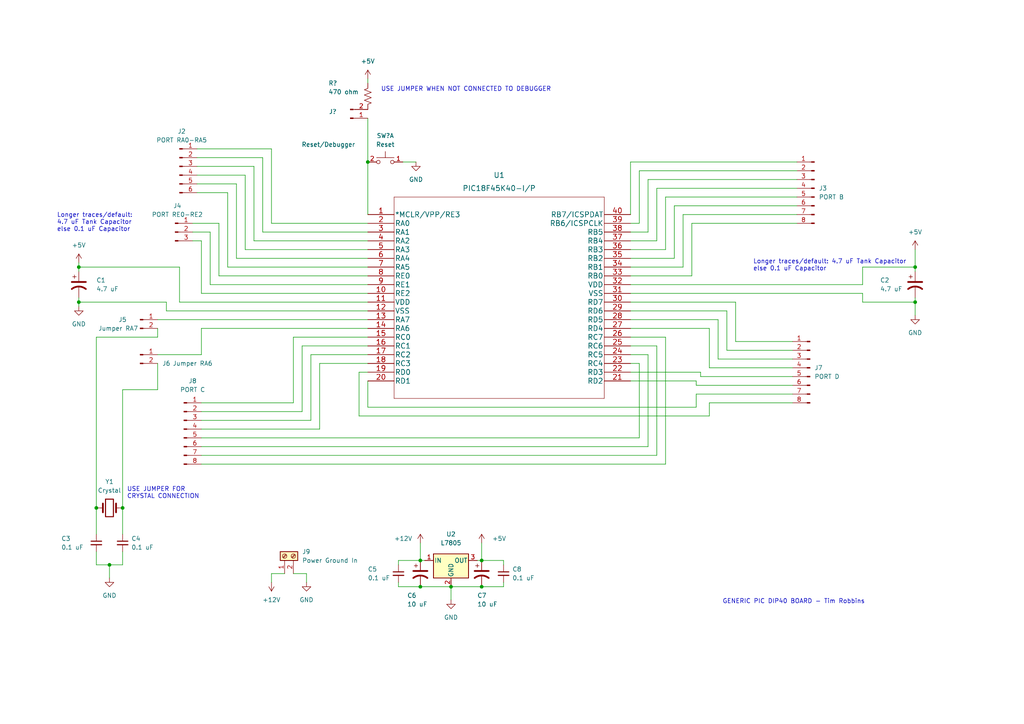
<source format=kicad_sch>
(kicad_sch (version 20211123) (generator eeschema)

  (uuid 8b5152f2-1f96-44c2-828f-4639d3c82dab)

  (paper "A4")

  (lib_symbols
    (symbol "Connector:Conn_01x02_Male" (pin_names (offset 1.016) hide) (in_bom yes) (on_board yes)
      (property "Reference" "J" (id 0) (at 0 2.54 0)
        (effects (font (size 1.27 1.27)))
      )
      (property "Value" "Conn_01x02_Male" (id 1) (at 0 -5.08 0)
        (effects (font (size 1.27 1.27)))
      )
      (property "Footprint" "" (id 2) (at 0 0 0)
        (effects (font (size 1.27 1.27)) hide)
      )
      (property "Datasheet" "~" (id 3) (at 0 0 0)
        (effects (font (size 1.27 1.27)) hide)
      )
      (property "ki_keywords" "connector" (id 4) (at 0 0 0)
        (effects (font (size 1.27 1.27)) hide)
      )
      (property "ki_description" "Generic connector, single row, 01x02, script generated (kicad-library-utils/schlib/autogen/connector/)" (id 5) (at 0 0 0)
        (effects (font (size 1.27 1.27)) hide)
      )
      (property "ki_fp_filters" "Connector*:*_1x??_*" (id 6) (at 0 0 0)
        (effects (font (size 1.27 1.27)) hide)
      )
      (symbol "Conn_01x02_Male_1_1"
        (polyline
          (pts
            (xy 1.27 -2.54)
            (xy 0.8636 -2.54)
          )
          (stroke (width 0.1524) (type default) (color 0 0 0 0))
          (fill (type none))
        )
        (polyline
          (pts
            (xy 1.27 0)
            (xy 0.8636 0)
          )
          (stroke (width 0.1524) (type default) (color 0 0 0 0))
          (fill (type none))
        )
        (rectangle (start 0.8636 -2.413) (end 0 -2.667)
          (stroke (width 0.1524) (type default) (color 0 0 0 0))
          (fill (type outline))
        )
        (rectangle (start 0.8636 0.127) (end 0 -0.127)
          (stroke (width 0.1524) (type default) (color 0 0 0 0))
          (fill (type outline))
        )
        (pin passive line (at 5.08 0 180) (length 3.81)
          (name "Pin_1" (effects (font (size 1.27 1.27))))
          (number "1" (effects (font (size 1.27 1.27))))
        )
        (pin passive line (at 5.08 -2.54 180) (length 3.81)
          (name "Pin_2" (effects (font (size 1.27 1.27))))
          (number "2" (effects (font (size 1.27 1.27))))
        )
      )
    )
    (symbol "Connector:Conn_01x03_Male" (pin_names (offset 1.016) hide) (in_bom yes) (on_board yes)
      (property "Reference" "J" (id 0) (at 0 5.08 0)
        (effects (font (size 1.27 1.27)))
      )
      (property "Value" "Conn_01x03_Male" (id 1) (at 0 -5.08 0)
        (effects (font (size 1.27 1.27)))
      )
      (property "Footprint" "" (id 2) (at 0 0 0)
        (effects (font (size 1.27 1.27)) hide)
      )
      (property "Datasheet" "~" (id 3) (at 0 0 0)
        (effects (font (size 1.27 1.27)) hide)
      )
      (property "ki_keywords" "connector" (id 4) (at 0 0 0)
        (effects (font (size 1.27 1.27)) hide)
      )
      (property "ki_description" "Generic connector, single row, 01x03, script generated (kicad-library-utils/schlib/autogen/connector/)" (id 5) (at 0 0 0)
        (effects (font (size 1.27 1.27)) hide)
      )
      (property "ki_fp_filters" "Connector*:*_1x??_*" (id 6) (at 0 0 0)
        (effects (font (size 1.27 1.27)) hide)
      )
      (symbol "Conn_01x03_Male_1_1"
        (polyline
          (pts
            (xy 1.27 -2.54)
            (xy 0.8636 -2.54)
          )
          (stroke (width 0.1524) (type default) (color 0 0 0 0))
          (fill (type none))
        )
        (polyline
          (pts
            (xy 1.27 0)
            (xy 0.8636 0)
          )
          (stroke (width 0.1524) (type default) (color 0 0 0 0))
          (fill (type none))
        )
        (polyline
          (pts
            (xy 1.27 2.54)
            (xy 0.8636 2.54)
          )
          (stroke (width 0.1524) (type default) (color 0 0 0 0))
          (fill (type none))
        )
        (rectangle (start 0.8636 -2.413) (end 0 -2.667)
          (stroke (width 0.1524) (type default) (color 0 0 0 0))
          (fill (type outline))
        )
        (rectangle (start 0.8636 0.127) (end 0 -0.127)
          (stroke (width 0.1524) (type default) (color 0 0 0 0))
          (fill (type outline))
        )
        (rectangle (start 0.8636 2.667) (end 0 2.413)
          (stroke (width 0.1524) (type default) (color 0 0 0 0))
          (fill (type outline))
        )
        (pin passive line (at 5.08 2.54 180) (length 3.81)
          (name "Pin_1" (effects (font (size 1.27 1.27))))
          (number "1" (effects (font (size 1.27 1.27))))
        )
        (pin passive line (at 5.08 0 180) (length 3.81)
          (name "Pin_2" (effects (font (size 1.27 1.27))))
          (number "2" (effects (font (size 1.27 1.27))))
        )
        (pin passive line (at 5.08 -2.54 180) (length 3.81)
          (name "Pin_3" (effects (font (size 1.27 1.27))))
          (number "3" (effects (font (size 1.27 1.27))))
        )
      )
    )
    (symbol "Connector:Conn_01x06_Male" (pin_names (offset 1.016) hide) (in_bom yes) (on_board yes)
      (property "Reference" "J" (id 0) (at 0 7.62 0)
        (effects (font (size 1.27 1.27)))
      )
      (property "Value" "Conn_01x06_Male" (id 1) (at 0 -10.16 0)
        (effects (font (size 1.27 1.27)))
      )
      (property "Footprint" "" (id 2) (at 0 0 0)
        (effects (font (size 1.27 1.27)) hide)
      )
      (property "Datasheet" "~" (id 3) (at 0 0 0)
        (effects (font (size 1.27 1.27)) hide)
      )
      (property "ki_keywords" "connector" (id 4) (at 0 0 0)
        (effects (font (size 1.27 1.27)) hide)
      )
      (property "ki_description" "Generic connector, single row, 01x06, script generated (kicad-library-utils/schlib/autogen/connector/)" (id 5) (at 0 0 0)
        (effects (font (size 1.27 1.27)) hide)
      )
      (property "ki_fp_filters" "Connector*:*_1x??_*" (id 6) (at 0 0 0)
        (effects (font (size 1.27 1.27)) hide)
      )
      (symbol "Conn_01x06_Male_1_1"
        (polyline
          (pts
            (xy 1.27 -7.62)
            (xy 0.8636 -7.62)
          )
          (stroke (width 0.1524) (type default) (color 0 0 0 0))
          (fill (type none))
        )
        (polyline
          (pts
            (xy 1.27 -5.08)
            (xy 0.8636 -5.08)
          )
          (stroke (width 0.1524) (type default) (color 0 0 0 0))
          (fill (type none))
        )
        (polyline
          (pts
            (xy 1.27 -2.54)
            (xy 0.8636 -2.54)
          )
          (stroke (width 0.1524) (type default) (color 0 0 0 0))
          (fill (type none))
        )
        (polyline
          (pts
            (xy 1.27 0)
            (xy 0.8636 0)
          )
          (stroke (width 0.1524) (type default) (color 0 0 0 0))
          (fill (type none))
        )
        (polyline
          (pts
            (xy 1.27 2.54)
            (xy 0.8636 2.54)
          )
          (stroke (width 0.1524) (type default) (color 0 0 0 0))
          (fill (type none))
        )
        (polyline
          (pts
            (xy 1.27 5.08)
            (xy 0.8636 5.08)
          )
          (stroke (width 0.1524) (type default) (color 0 0 0 0))
          (fill (type none))
        )
        (rectangle (start 0.8636 -7.493) (end 0 -7.747)
          (stroke (width 0.1524) (type default) (color 0 0 0 0))
          (fill (type outline))
        )
        (rectangle (start 0.8636 -4.953) (end 0 -5.207)
          (stroke (width 0.1524) (type default) (color 0 0 0 0))
          (fill (type outline))
        )
        (rectangle (start 0.8636 -2.413) (end 0 -2.667)
          (stroke (width 0.1524) (type default) (color 0 0 0 0))
          (fill (type outline))
        )
        (rectangle (start 0.8636 0.127) (end 0 -0.127)
          (stroke (width 0.1524) (type default) (color 0 0 0 0))
          (fill (type outline))
        )
        (rectangle (start 0.8636 2.667) (end 0 2.413)
          (stroke (width 0.1524) (type default) (color 0 0 0 0))
          (fill (type outline))
        )
        (rectangle (start 0.8636 5.207) (end 0 4.953)
          (stroke (width 0.1524) (type default) (color 0 0 0 0))
          (fill (type outline))
        )
        (pin passive line (at 5.08 5.08 180) (length 3.81)
          (name "Pin_1" (effects (font (size 1.27 1.27))))
          (number "1" (effects (font (size 1.27 1.27))))
        )
        (pin passive line (at 5.08 2.54 180) (length 3.81)
          (name "Pin_2" (effects (font (size 1.27 1.27))))
          (number "2" (effects (font (size 1.27 1.27))))
        )
        (pin passive line (at 5.08 0 180) (length 3.81)
          (name "Pin_3" (effects (font (size 1.27 1.27))))
          (number "3" (effects (font (size 1.27 1.27))))
        )
        (pin passive line (at 5.08 -2.54 180) (length 3.81)
          (name "Pin_4" (effects (font (size 1.27 1.27))))
          (number "4" (effects (font (size 1.27 1.27))))
        )
        (pin passive line (at 5.08 -5.08 180) (length 3.81)
          (name "Pin_5" (effects (font (size 1.27 1.27))))
          (number "5" (effects (font (size 1.27 1.27))))
        )
        (pin passive line (at 5.08 -7.62 180) (length 3.81)
          (name "Pin_6" (effects (font (size 1.27 1.27))))
          (number "6" (effects (font (size 1.27 1.27))))
        )
      )
    )
    (symbol "Connector:Conn_01x08_Male" (pin_names (offset 1.016) hide) (in_bom yes) (on_board yes)
      (property "Reference" "J" (id 0) (at 0 10.16 0)
        (effects (font (size 1.27 1.27)))
      )
      (property "Value" "Conn_01x08_Male" (id 1) (at 0 -12.7 0)
        (effects (font (size 1.27 1.27)))
      )
      (property "Footprint" "" (id 2) (at 0 0 0)
        (effects (font (size 1.27 1.27)) hide)
      )
      (property "Datasheet" "~" (id 3) (at 0 0 0)
        (effects (font (size 1.27 1.27)) hide)
      )
      (property "ki_keywords" "connector" (id 4) (at 0 0 0)
        (effects (font (size 1.27 1.27)) hide)
      )
      (property "ki_description" "Generic connector, single row, 01x08, script generated (kicad-library-utils/schlib/autogen/connector/)" (id 5) (at 0 0 0)
        (effects (font (size 1.27 1.27)) hide)
      )
      (property "ki_fp_filters" "Connector*:*_1x??_*" (id 6) (at 0 0 0)
        (effects (font (size 1.27 1.27)) hide)
      )
      (symbol "Conn_01x08_Male_1_1"
        (polyline
          (pts
            (xy 1.27 -10.16)
            (xy 0.8636 -10.16)
          )
          (stroke (width 0.1524) (type default) (color 0 0 0 0))
          (fill (type none))
        )
        (polyline
          (pts
            (xy 1.27 -7.62)
            (xy 0.8636 -7.62)
          )
          (stroke (width 0.1524) (type default) (color 0 0 0 0))
          (fill (type none))
        )
        (polyline
          (pts
            (xy 1.27 -5.08)
            (xy 0.8636 -5.08)
          )
          (stroke (width 0.1524) (type default) (color 0 0 0 0))
          (fill (type none))
        )
        (polyline
          (pts
            (xy 1.27 -2.54)
            (xy 0.8636 -2.54)
          )
          (stroke (width 0.1524) (type default) (color 0 0 0 0))
          (fill (type none))
        )
        (polyline
          (pts
            (xy 1.27 0)
            (xy 0.8636 0)
          )
          (stroke (width 0.1524) (type default) (color 0 0 0 0))
          (fill (type none))
        )
        (polyline
          (pts
            (xy 1.27 2.54)
            (xy 0.8636 2.54)
          )
          (stroke (width 0.1524) (type default) (color 0 0 0 0))
          (fill (type none))
        )
        (polyline
          (pts
            (xy 1.27 5.08)
            (xy 0.8636 5.08)
          )
          (stroke (width 0.1524) (type default) (color 0 0 0 0))
          (fill (type none))
        )
        (polyline
          (pts
            (xy 1.27 7.62)
            (xy 0.8636 7.62)
          )
          (stroke (width 0.1524) (type default) (color 0 0 0 0))
          (fill (type none))
        )
        (rectangle (start 0.8636 -10.033) (end 0 -10.287)
          (stroke (width 0.1524) (type default) (color 0 0 0 0))
          (fill (type outline))
        )
        (rectangle (start 0.8636 -7.493) (end 0 -7.747)
          (stroke (width 0.1524) (type default) (color 0 0 0 0))
          (fill (type outline))
        )
        (rectangle (start 0.8636 -4.953) (end 0 -5.207)
          (stroke (width 0.1524) (type default) (color 0 0 0 0))
          (fill (type outline))
        )
        (rectangle (start 0.8636 -2.413) (end 0 -2.667)
          (stroke (width 0.1524) (type default) (color 0 0 0 0))
          (fill (type outline))
        )
        (rectangle (start 0.8636 0.127) (end 0 -0.127)
          (stroke (width 0.1524) (type default) (color 0 0 0 0))
          (fill (type outline))
        )
        (rectangle (start 0.8636 2.667) (end 0 2.413)
          (stroke (width 0.1524) (type default) (color 0 0 0 0))
          (fill (type outline))
        )
        (rectangle (start 0.8636 5.207) (end 0 4.953)
          (stroke (width 0.1524) (type default) (color 0 0 0 0))
          (fill (type outline))
        )
        (rectangle (start 0.8636 7.747) (end 0 7.493)
          (stroke (width 0.1524) (type default) (color 0 0 0 0))
          (fill (type outline))
        )
        (pin passive line (at 5.08 7.62 180) (length 3.81)
          (name "Pin_1" (effects (font (size 1.27 1.27))))
          (number "1" (effects (font (size 1.27 1.27))))
        )
        (pin passive line (at 5.08 5.08 180) (length 3.81)
          (name "Pin_2" (effects (font (size 1.27 1.27))))
          (number "2" (effects (font (size 1.27 1.27))))
        )
        (pin passive line (at 5.08 2.54 180) (length 3.81)
          (name "Pin_3" (effects (font (size 1.27 1.27))))
          (number "3" (effects (font (size 1.27 1.27))))
        )
        (pin passive line (at 5.08 0 180) (length 3.81)
          (name "Pin_4" (effects (font (size 1.27 1.27))))
          (number "4" (effects (font (size 1.27 1.27))))
        )
        (pin passive line (at 5.08 -2.54 180) (length 3.81)
          (name "Pin_5" (effects (font (size 1.27 1.27))))
          (number "5" (effects (font (size 1.27 1.27))))
        )
        (pin passive line (at 5.08 -5.08 180) (length 3.81)
          (name "Pin_6" (effects (font (size 1.27 1.27))))
          (number "6" (effects (font (size 1.27 1.27))))
        )
        (pin passive line (at 5.08 -7.62 180) (length 3.81)
          (name "Pin_7" (effects (font (size 1.27 1.27))))
          (number "7" (effects (font (size 1.27 1.27))))
        )
        (pin passive line (at 5.08 -10.16 180) (length 3.81)
          (name "Pin_8" (effects (font (size 1.27 1.27))))
          (number "8" (effects (font (size 1.27 1.27))))
        )
      )
    )
    (symbol "Connector:Screw_Terminal_01x02" (pin_names (offset 1.016) hide) (in_bom yes) (on_board yes)
      (property "Reference" "J" (id 0) (at 0 2.54 0)
        (effects (font (size 1.27 1.27)))
      )
      (property "Value" "Screw_Terminal_01x02" (id 1) (at 0 -5.08 0)
        (effects (font (size 1.27 1.27)))
      )
      (property "Footprint" "" (id 2) (at 0 0 0)
        (effects (font (size 1.27 1.27)) hide)
      )
      (property "Datasheet" "~" (id 3) (at 0 0 0)
        (effects (font (size 1.27 1.27)) hide)
      )
      (property "ki_keywords" "screw terminal" (id 4) (at 0 0 0)
        (effects (font (size 1.27 1.27)) hide)
      )
      (property "ki_description" "Generic screw terminal, single row, 01x02, script generated (kicad-library-utils/schlib/autogen/connector/)" (id 5) (at 0 0 0)
        (effects (font (size 1.27 1.27)) hide)
      )
      (property "ki_fp_filters" "TerminalBlock*:*" (id 6) (at 0 0 0)
        (effects (font (size 1.27 1.27)) hide)
      )
      (symbol "Screw_Terminal_01x02_1_1"
        (rectangle (start -1.27 1.27) (end 1.27 -3.81)
          (stroke (width 0.254) (type default) (color 0 0 0 0))
          (fill (type background))
        )
        (circle (center 0 -2.54) (radius 0.635)
          (stroke (width 0.1524) (type default) (color 0 0 0 0))
          (fill (type none))
        )
        (polyline
          (pts
            (xy -0.5334 -2.2098)
            (xy 0.3302 -3.048)
          )
          (stroke (width 0.1524) (type default) (color 0 0 0 0))
          (fill (type none))
        )
        (polyline
          (pts
            (xy -0.5334 0.3302)
            (xy 0.3302 -0.508)
          )
          (stroke (width 0.1524) (type default) (color 0 0 0 0))
          (fill (type none))
        )
        (polyline
          (pts
            (xy -0.3556 -2.032)
            (xy 0.508 -2.8702)
          )
          (stroke (width 0.1524) (type default) (color 0 0 0 0))
          (fill (type none))
        )
        (polyline
          (pts
            (xy -0.3556 0.508)
            (xy 0.508 -0.3302)
          )
          (stroke (width 0.1524) (type default) (color 0 0 0 0))
          (fill (type none))
        )
        (circle (center 0 0) (radius 0.635)
          (stroke (width 0.1524) (type default) (color 0 0 0 0))
          (fill (type none))
        )
        (pin passive line (at -5.08 0 0) (length 3.81)
          (name "Pin_1" (effects (font (size 1.27 1.27))))
          (number "1" (effects (font (size 1.27 1.27))))
        )
        (pin passive line (at -5.08 -2.54 0) (length 3.81)
          (name "Pin_2" (effects (font (size 1.27 1.27))))
          (number "2" (effects (font (size 1.27 1.27))))
        )
      )
    )
    (symbol "Device:C_Polarized_US" (pin_numbers hide) (pin_names (offset 0.254) hide) (in_bom yes) (on_board yes)
      (property "Reference" "C" (id 0) (at 0.635 2.54 0)
        (effects (font (size 1.27 1.27)) (justify left))
      )
      (property "Value" "C_Polarized_US" (id 1) (at 0.635 -2.54 0)
        (effects (font (size 1.27 1.27)) (justify left))
      )
      (property "Footprint" "" (id 2) (at 0 0 0)
        (effects (font (size 1.27 1.27)) hide)
      )
      (property "Datasheet" "~" (id 3) (at 0 0 0)
        (effects (font (size 1.27 1.27)) hide)
      )
      (property "ki_keywords" "cap capacitor" (id 4) (at 0 0 0)
        (effects (font (size 1.27 1.27)) hide)
      )
      (property "ki_description" "Polarized capacitor, US symbol" (id 5) (at 0 0 0)
        (effects (font (size 1.27 1.27)) hide)
      )
      (property "ki_fp_filters" "CP_*" (id 6) (at 0 0 0)
        (effects (font (size 1.27 1.27)) hide)
      )
      (symbol "C_Polarized_US_0_1"
        (polyline
          (pts
            (xy -2.032 0.762)
            (xy 2.032 0.762)
          )
          (stroke (width 0.508) (type default) (color 0 0 0 0))
          (fill (type none))
        )
        (polyline
          (pts
            (xy -1.778 2.286)
            (xy -0.762 2.286)
          )
          (stroke (width 0) (type default) (color 0 0 0 0))
          (fill (type none))
        )
        (polyline
          (pts
            (xy -1.27 1.778)
            (xy -1.27 2.794)
          )
          (stroke (width 0) (type default) (color 0 0 0 0))
          (fill (type none))
        )
        (arc (start 2.032 -1.27) (mid 0 -0.5572) (end -2.032 -1.27)
          (stroke (width 0.508) (type default) (color 0 0 0 0))
          (fill (type none))
        )
      )
      (symbol "C_Polarized_US_1_1"
        (pin passive line (at 0 3.81 270) (length 2.794)
          (name "~" (effects (font (size 1.27 1.27))))
          (number "1" (effects (font (size 1.27 1.27))))
        )
        (pin passive line (at 0 -3.81 90) (length 3.302)
          (name "~" (effects (font (size 1.27 1.27))))
          (number "2" (effects (font (size 1.27 1.27))))
        )
      )
    )
    (symbol "Device:C_Small" (pin_numbers hide) (pin_names (offset 0.254) hide) (in_bom yes) (on_board yes)
      (property "Reference" "C" (id 0) (at 0.254 1.778 0)
        (effects (font (size 1.27 1.27)) (justify left))
      )
      (property "Value" "C_Small" (id 1) (at 0.254 -2.032 0)
        (effects (font (size 1.27 1.27)) (justify left))
      )
      (property "Footprint" "" (id 2) (at 0 0 0)
        (effects (font (size 1.27 1.27)) hide)
      )
      (property "Datasheet" "~" (id 3) (at 0 0 0)
        (effects (font (size 1.27 1.27)) hide)
      )
      (property "ki_keywords" "capacitor cap" (id 4) (at 0 0 0)
        (effects (font (size 1.27 1.27)) hide)
      )
      (property "ki_description" "Unpolarized capacitor, small symbol" (id 5) (at 0 0 0)
        (effects (font (size 1.27 1.27)) hide)
      )
      (property "ki_fp_filters" "C_*" (id 6) (at 0 0 0)
        (effects (font (size 1.27 1.27)) hide)
      )
      (symbol "C_Small_0_1"
        (polyline
          (pts
            (xy -1.524 -0.508)
            (xy 1.524 -0.508)
          )
          (stroke (width 0.3302) (type default) (color 0 0 0 0))
          (fill (type none))
        )
        (polyline
          (pts
            (xy -1.524 0.508)
            (xy 1.524 0.508)
          )
          (stroke (width 0.3048) (type default) (color 0 0 0 0))
          (fill (type none))
        )
      )
      (symbol "C_Small_1_1"
        (pin passive line (at 0 2.54 270) (length 2.032)
          (name "~" (effects (font (size 1.27 1.27))))
          (number "1" (effects (font (size 1.27 1.27))))
        )
        (pin passive line (at 0 -2.54 90) (length 2.032)
          (name "~" (effects (font (size 1.27 1.27))))
          (number "2" (effects (font (size 1.27 1.27))))
        )
      )
    )
    (symbol "Device:Crystal" (pin_numbers hide) (pin_names (offset 1.016) hide) (in_bom yes) (on_board yes)
      (property "Reference" "Y" (id 0) (at 0 3.81 0)
        (effects (font (size 1.27 1.27)))
      )
      (property "Value" "Crystal" (id 1) (at 0 -3.81 0)
        (effects (font (size 1.27 1.27)))
      )
      (property "Footprint" "" (id 2) (at 0 0 0)
        (effects (font (size 1.27 1.27)) hide)
      )
      (property "Datasheet" "~" (id 3) (at 0 0 0)
        (effects (font (size 1.27 1.27)) hide)
      )
      (property "ki_keywords" "quartz ceramic resonator oscillator" (id 4) (at 0 0 0)
        (effects (font (size 1.27 1.27)) hide)
      )
      (property "ki_description" "Two pin crystal" (id 5) (at 0 0 0)
        (effects (font (size 1.27 1.27)) hide)
      )
      (property "ki_fp_filters" "Crystal*" (id 6) (at 0 0 0)
        (effects (font (size 1.27 1.27)) hide)
      )
      (symbol "Crystal_0_1"
        (rectangle (start -1.143 2.54) (end 1.143 -2.54)
          (stroke (width 0.3048) (type default) (color 0 0 0 0))
          (fill (type none))
        )
        (polyline
          (pts
            (xy -2.54 0)
            (xy -1.905 0)
          )
          (stroke (width 0) (type default) (color 0 0 0 0))
          (fill (type none))
        )
        (polyline
          (pts
            (xy -1.905 -1.27)
            (xy -1.905 1.27)
          )
          (stroke (width 0.508) (type default) (color 0 0 0 0))
          (fill (type none))
        )
        (polyline
          (pts
            (xy 1.905 -1.27)
            (xy 1.905 1.27)
          )
          (stroke (width 0.508) (type default) (color 0 0 0 0))
          (fill (type none))
        )
        (polyline
          (pts
            (xy 2.54 0)
            (xy 1.905 0)
          )
          (stroke (width 0) (type default) (color 0 0 0 0))
          (fill (type none))
        )
      )
      (symbol "Crystal_1_1"
        (pin passive line (at -3.81 0 0) (length 1.27)
          (name "1" (effects (font (size 1.27 1.27))))
          (number "1" (effects (font (size 1.27 1.27))))
        )
        (pin passive line (at 3.81 0 180) (length 1.27)
          (name "2" (effects (font (size 1.27 1.27))))
          (number "2" (effects (font (size 1.27 1.27))))
        )
      )
    )
    (symbol "Device:R_US" (pin_numbers hide) (pin_names (offset 0)) (in_bom yes) (on_board yes)
      (property "Reference" "R" (id 0) (at 2.54 0 90)
        (effects (font (size 1.27 1.27)))
      )
      (property "Value" "R_US" (id 1) (at -2.54 0 90)
        (effects (font (size 1.27 1.27)))
      )
      (property "Footprint" "" (id 2) (at 1.016 -0.254 90)
        (effects (font (size 1.27 1.27)) hide)
      )
      (property "Datasheet" "~" (id 3) (at 0 0 0)
        (effects (font (size 1.27 1.27)) hide)
      )
      (property "ki_keywords" "R res resistor" (id 4) (at 0 0 0)
        (effects (font (size 1.27 1.27)) hide)
      )
      (property "ki_description" "Resistor, US symbol" (id 5) (at 0 0 0)
        (effects (font (size 1.27 1.27)) hide)
      )
      (property "ki_fp_filters" "R_*" (id 6) (at 0 0 0)
        (effects (font (size 1.27 1.27)) hide)
      )
      (symbol "R_US_0_1"
        (polyline
          (pts
            (xy 0 -2.286)
            (xy 0 -2.54)
          )
          (stroke (width 0) (type default) (color 0 0 0 0))
          (fill (type none))
        )
        (polyline
          (pts
            (xy 0 2.286)
            (xy 0 2.54)
          )
          (stroke (width 0) (type default) (color 0 0 0 0))
          (fill (type none))
        )
        (polyline
          (pts
            (xy 0 -0.762)
            (xy 1.016 -1.143)
            (xy 0 -1.524)
            (xy -1.016 -1.905)
            (xy 0 -2.286)
          )
          (stroke (width 0) (type default) (color 0 0 0 0))
          (fill (type none))
        )
        (polyline
          (pts
            (xy 0 0.762)
            (xy 1.016 0.381)
            (xy 0 0)
            (xy -1.016 -0.381)
            (xy 0 -0.762)
          )
          (stroke (width 0) (type default) (color 0 0 0 0))
          (fill (type none))
        )
        (polyline
          (pts
            (xy 0 2.286)
            (xy 1.016 1.905)
            (xy 0 1.524)
            (xy -1.016 1.143)
            (xy 0 0.762)
          )
          (stroke (width 0) (type default) (color 0 0 0 0))
          (fill (type none))
        )
      )
      (symbol "R_US_1_1"
        (pin passive line (at 0 3.81 270) (length 1.27)
          (name "~" (effects (font (size 1.27 1.27))))
          (number "1" (effects (font (size 1.27 1.27))))
        )
        (pin passive line (at 0 -3.81 90) (length 1.27)
          (name "~" (effects (font (size 1.27 1.27))))
          (number "2" (effects (font (size 1.27 1.27))))
        )
      )
    )
    (symbol "PIC1845K40:PIC18F45K40-I{slash}P" (pin_names (offset 0.254)) (in_bom yes) (on_board yes)
      (property "Reference" "U" (id 0) (at 38.1 10.16 0)
        (effects (font (size 1.524 1.524)))
      )
      (property "Value" "PIC18F45K40-I{slash}P" (id 1) (at 38.1 7.62 0)
        (effects (font (size 1.524 1.524)))
      )
      (property "Footprint" "PDIP40_P_MCH" (id 2) (at 38.1 6.096 0)
        (effects (font (size 1.524 1.524)) hide)
      )
      (property "Datasheet" "" (id 3) (at 0 0 0)
        (effects (font (size 1.524 1.524)))
      )
      (property "ki_locked" "" (id 4) (at 0 0 0)
        (effects (font (size 1.27 1.27)))
      )
      (property "ki_fp_filters" "PDIP40_P_MCH" (id 5) (at 0 0 0)
        (effects (font (size 1.27 1.27)) hide)
      )
      (symbol "PIC18F45K40-I{slash}P_1_1"
        (polyline
          (pts
            (xy 7.62 -53.34)
            (xy 68.58 -53.34)
          )
          (stroke (width 0.127) (type default) (color 0 0 0 0))
          (fill (type none))
        )
        (polyline
          (pts
            (xy 7.62 5.08)
            (xy 7.62 -53.34)
          )
          (stroke (width 0.127) (type default) (color 0 0 0 0))
          (fill (type none))
        )
        (polyline
          (pts
            (xy 68.58 -53.34)
            (xy 68.58 5.08)
          )
          (stroke (width 0.127) (type default) (color 0 0 0 0))
          (fill (type none))
        )
        (polyline
          (pts
            (xy 68.58 5.08)
            (xy 7.62 5.08)
          )
          (stroke (width 0.127) (type default) (color 0 0 0 0))
          (fill (type none))
        )
        (pin bidirectional line (at 0 0 0) (length 7.62)
          (name "*MCLR/VPP/RE3" (effects (font (size 1.4986 1.4986))))
          (number "1" (effects (font (size 1.4986 1.4986))))
        )
        (pin bidirectional line (at 0 -22.86 0) (length 7.62)
          (name "RE2" (effects (font (size 1.4986 1.4986))))
          (number "10" (effects (font (size 1.4986 1.4986))))
        )
        (pin power_in line (at 0 -25.4 0) (length 7.62)
          (name "VDD" (effects (font (size 1.4986 1.4986))))
          (number "11" (effects (font (size 1.4986 1.4986))))
        )
        (pin power_in line (at 0 -27.94 0) (length 7.62)
          (name "VSS" (effects (font (size 1.4986 1.4986))))
          (number "12" (effects (font (size 1.4986 1.4986))))
        )
        (pin bidirectional line (at 0 -30.48 0) (length 7.62)
          (name "RA7" (effects (font (size 1.4986 1.4986))))
          (number "13" (effects (font (size 1.4986 1.4986))))
        )
        (pin bidirectional line (at 0 -33.02 0) (length 7.62)
          (name "RA6" (effects (font (size 1.4986 1.4986))))
          (number "14" (effects (font (size 1.4986 1.4986))))
        )
        (pin bidirectional line (at 0 -35.56 0) (length 7.62)
          (name "RC0" (effects (font (size 1.4986 1.4986))))
          (number "15" (effects (font (size 1.4986 1.4986))))
        )
        (pin bidirectional line (at 0 -38.1 0) (length 7.62)
          (name "RC1" (effects (font (size 1.4986 1.4986))))
          (number "16" (effects (font (size 1.4986 1.4986))))
        )
        (pin bidirectional line (at 0 -40.64 0) (length 7.62)
          (name "RC2" (effects (font (size 1.4986 1.4986))))
          (number "17" (effects (font (size 1.4986 1.4986))))
        )
        (pin bidirectional line (at 0 -43.18 0) (length 7.62)
          (name "RC3" (effects (font (size 1.4986 1.4986))))
          (number "18" (effects (font (size 1.4986 1.4986))))
        )
        (pin bidirectional line (at 0 -45.72 0) (length 7.62)
          (name "RD0" (effects (font (size 1.4986 1.4986))))
          (number "19" (effects (font (size 1.4986 1.4986))))
        )
        (pin bidirectional line (at 0 -2.54 0) (length 7.62)
          (name "RA0" (effects (font (size 1.4986 1.4986))))
          (number "2" (effects (font (size 1.4986 1.4986))))
        )
        (pin bidirectional line (at 0 -48.26 0) (length 7.62)
          (name "RD1" (effects (font (size 1.4986 1.4986))))
          (number "20" (effects (font (size 1.4986 1.4986))))
        )
        (pin bidirectional line (at 76.2 -48.26 180) (length 7.62)
          (name "RD2" (effects (font (size 1.4986 1.4986))))
          (number "21" (effects (font (size 1.4986 1.4986))))
        )
        (pin bidirectional line (at 76.2 -45.72 180) (length 7.62)
          (name "RD3" (effects (font (size 1.4986 1.4986))))
          (number "22" (effects (font (size 1.4986 1.4986))))
        )
        (pin bidirectional line (at 76.2 -43.18 180) (length 7.62)
          (name "RC4" (effects (font (size 1.4986 1.4986))))
          (number "23" (effects (font (size 1.4986 1.4986))))
        )
        (pin bidirectional line (at 76.2 -40.64 180) (length 7.62)
          (name "RC5" (effects (font (size 1.4986 1.4986))))
          (number "24" (effects (font (size 1.4986 1.4986))))
        )
        (pin bidirectional line (at 76.2 -38.1 180) (length 7.62)
          (name "RC6" (effects (font (size 1.4986 1.4986))))
          (number "25" (effects (font (size 1.4986 1.4986))))
        )
        (pin bidirectional line (at 76.2 -35.56 180) (length 7.62)
          (name "RC7" (effects (font (size 1.4986 1.4986))))
          (number "26" (effects (font (size 1.4986 1.4986))))
        )
        (pin bidirectional line (at 76.2 -33.02 180) (length 7.62)
          (name "RD4" (effects (font (size 1.4986 1.4986))))
          (number "27" (effects (font (size 1.4986 1.4986))))
        )
        (pin bidirectional line (at 76.2 -30.48 180) (length 7.62)
          (name "RD5" (effects (font (size 1.4986 1.4986))))
          (number "28" (effects (font (size 1.4986 1.4986))))
        )
        (pin bidirectional line (at 76.2 -27.94 180) (length 7.62)
          (name "RD6" (effects (font (size 1.4986 1.4986))))
          (number "29" (effects (font (size 1.4986 1.4986))))
        )
        (pin bidirectional line (at 0 -5.08 0) (length 7.62)
          (name "RA1" (effects (font (size 1.4986 1.4986))))
          (number "3" (effects (font (size 1.4986 1.4986))))
        )
        (pin bidirectional line (at 76.2 -25.4 180) (length 7.62)
          (name "RD7" (effects (font (size 1.4986 1.4986))))
          (number "30" (effects (font (size 1.4986 1.4986))))
        )
        (pin power_in line (at 76.2 -22.86 180) (length 7.62)
          (name "VSS" (effects (font (size 1.4986 1.4986))))
          (number "31" (effects (font (size 1.4986 1.4986))))
        )
        (pin power_in line (at 76.2 -20.32 180) (length 7.62)
          (name "VDD" (effects (font (size 1.4986 1.4986))))
          (number "32" (effects (font (size 1.4986 1.4986))))
        )
        (pin bidirectional line (at 76.2 -17.78 180) (length 7.62)
          (name "RB0" (effects (font (size 1.4986 1.4986))))
          (number "33" (effects (font (size 1.4986 1.4986))))
        )
        (pin bidirectional line (at 76.2 -15.24 180) (length 7.62)
          (name "RB1" (effects (font (size 1.4986 1.4986))))
          (number "34" (effects (font (size 1.4986 1.4986))))
        )
        (pin bidirectional line (at 76.2 -12.7 180) (length 7.62)
          (name "RB2" (effects (font (size 1.4986 1.4986))))
          (number "35" (effects (font (size 1.4986 1.4986))))
        )
        (pin bidirectional line (at 76.2 -10.16 180) (length 7.62)
          (name "RB3" (effects (font (size 1.4986 1.4986))))
          (number "36" (effects (font (size 1.4986 1.4986))))
        )
        (pin bidirectional line (at 76.2 -7.62 180) (length 7.62)
          (name "RB4" (effects (font (size 1.4986 1.4986))))
          (number "37" (effects (font (size 1.4986 1.4986))))
        )
        (pin bidirectional line (at 76.2 -5.08 180) (length 7.62)
          (name "RB5" (effects (font (size 1.4986 1.4986))))
          (number "38" (effects (font (size 1.4986 1.4986))))
        )
        (pin bidirectional line (at 76.2 -2.54 180) (length 7.62)
          (name "RB6/ICSPCLK" (effects (font (size 1.4986 1.4986))))
          (number "39" (effects (font (size 1.4986 1.4986))))
        )
        (pin bidirectional line (at 0 -7.62 0) (length 7.62)
          (name "RA2" (effects (font (size 1.4986 1.4986))))
          (number "4" (effects (font (size 1.4986 1.4986))))
        )
        (pin bidirectional line (at 76.2 0 180) (length 7.62)
          (name "RB7/ICSPDAT" (effects (font (size 1.4986 1.4986))))
          (number "40" (effects (font (size 1.4986 1.4986))))
        )
        (pin bidirectional line (at 0 -10.16 0) (length 7.62)
          (name "RA3" (effects (font (size 1.4986 1.4986))))
          (number "5" (effects (font (size 1.4986 1.4986))))
        )
        (pin bidirectional line (at 0 -12.7 0) (length 7.62)
          (name "RA4" (effects (font (size 1.4986 1.4986))))
          (number "6" (effects (font (size 1.4986 1.4986))))
        )
        (pin bidirectional line (at 0 -15.24 0) (length 7.62)
          (name "RA5" (effects (font (size 1.4986 1.4986))))
          (number "7" (effects (font (size 1.4986 1.4986))))
        )
        (pin bidirectional line (at 0 -17.78 0) (length 7.62)
          (name "RE0" (effects (font (size 1.4986 1.4986))))
          (number "8" (effects (font (size 1.4986 1.4986))))
        )
        (pin bidirectional line (at 0 -20.32 0) (length 7.62)
          (name "RE1" (effects (font (size 1.4986 1.4986))))
          (number "9" (effects (font (size 1.4986 1.4986))))
        )
      )
    )
    (symbol "Regulator_Linear:L7805" (pin_names (offset 0.254)) (in_bom yes) (on_board yes)
      (property "Reference" "U" (id 0) (at -3.81 3.175 0)
        (effects (font (size 1.27 1.27)))
      )
      (property "Value" "L7805" (id 1) (at 0 3.175 0)
        (effects (font (size 1.27 1.27)) (justify left))
      )
      (property "Footprint" "" (id 2) (at 0.635 -3.81 0)
        (effects (font (size 1.27 1.27) italic) (justify left) hide)
      )
      (property "Datasheet" "http://www.st.com/content/ccc/resource/technical/document/datasheet/41/4f/b3/b0/12/d4/47/88/CD00000444.pdf/files/CD00000444.pdf/jcr:content/translations/en.CD00000444.pdf" (id 3) (at 0 -1.27 0)
        (effects (font (size 1.27 1.27)) hide)
      )
      (property "ki_keywords" "Voltage Regulator 1.5A Positive" (id 4) (at 0 0 0)
        (effects (font (size 1.27 1.27)) hide)
      )
      (property "ki_description" "Positive 1.5A 35V Linear Regulator, Fixed Output 5V, TO-220/TO-263/TO-252" (id 5) (at 0 0 0)
        (effects (font (size 1.27 1.27)) hide)
      )
      (property "ki_fp_filters" "TO?252* TO?263* TO?220*" (id 6) (at 0 0 0)
        (effects (font (size 1.27 1.27)) hide)
      )
      (symbol "L7805_0_1"
        (rectangle (start -5.08 1.905) (end 5.08 -5.08)
          (stroke (width 0.254) (type default) (color 0 0 0 0))
          (fill (type background))
        )
      )
      (symbol "L7805_1_1"
        (pin power_in line (at -7.62 0 0) (length 2.54)
          (name "IN" (effects (font (size 1.27 1.27))))
          (number "1" (effects (font (size 1.27 1.27))))
        )
        (pin power_in line (at 0 -7.62 90) (length 2.54)
          (name "GND" (effects (font (size 1.27 1.27))))
          (number "2" (effects (font (size 1.27 1.27))))
        )
        (pin power_out line (at 7.62 0 180) (length 2.54)
          (name "OUT" (effects (font (size 1.27 1.27))))
          (number "3" (effects (font (size 1.27 1.27))))
        )
      )
    )
    (symbol "Switch:SW_Push_Dual_x2" (pin_names (offset 1.016) hide) (in_bom yes) (on_board yes)
      (property "Reference" "SW" (id 0) (at 1.27 2.54 0)
        (effects (font (size 1.27 1.27)) (justify left))
      )
      (property "Value" "SW_Push_Dual_x2" (id 1) (at 0 -1.524 0)
        (effects (font (size 1.27 1.27)))
      )
      (property "Footprint" "" (id 2) (at 0 5.08 0)
        (effects (font (size 1.27 1.27)) hide)
      )
      (property "Datasheet" "~" (id 3) (at 0 5.08 0)
        (effects (font (size 1.27 1.27)) hide)
      )
      (property "ki_keywords" "switch normally-open pushbutton push-button" (id 4) (at 0 0 0)
        (effects (font (size 1.27 1.27)) hide)
      )
      (property "ki_description" "Push button switch, generic, separate symbols, four pins" (id 5) (at 0 0 0)
        (effects (font (size 1.27 1.27)) hide)
      )
      (symbol "SW_Push_Dual_x2_0_1"
        (circle (center -2.032 0) (radius 0.508)
          (stroke (width 0) (type default) (color 0 0 0 0))
          (fill (type none))
        )
        (polyline
          (pts
            (xy 0 1.27)
            (xy 0 3.048)
          )
          (stroke (width 0) (type default) (color 0 0 0 0))
          (fill (type none))
        )
        (polyline
          (pts
            (xy 2.54 1.27)
            (xy -2.54 1.27)
          )
          (stroke (width 0) (type default) (color 0 0 0 0))
          (fill (type none))
        )
        (circle (center 2.032 0) (radius 0.508)
          (stroke (width 0) (type default) (color 0 0 0 0))
          (fill (type none))
        )
      )
      (symbol "SW_Push_Dual_x2_1_1"
        (pin passive line (at -5.08 0 0) (length 2.54)
          (name "C" (effects (font (size 1.27 1.27))))
          (number "1" (effects (font (size 1.27 1.27))))
        )
        (pin passive line (at 5.08 0 180) (length 2.54)
          (name "D" (effects (font (size 1.27 1.27))))
          (number "2" (effects (font (size 1.27 1.27))))
        )
      )
      (symbol "SW_Push_Dual_x2_2_1"
        (pin passive line (at -5.08 0 0) (length 2.54)
          (name "C" (effects (font (size 1.27 1.27))))
          (number "3" (effects (font (size 1.27 1.27))))
        )
        (pin passive line (at 5.08 0 180) (length 2.54)
          (name "D" (effects (font (size 1.27 1.27))))
          (number "4" (effects (font (size 1.27 1.27))))
        )
      )
    )
    (symbol "power:+12V" (power) (pin_names (offset 0)) (in_bom yes) (on_board yes)
      (property "Reference" "#PWR" (id 0) (at 0 -3.81 0)
        (effects (font (size 1.27 1.27)) hide)
      )
      (property "Value" "+12V" (id 1) (at 0 3.556 0)
        (effects (font (size 1.27 1.27)))
      )
      (property "Footprint" "" (id 2) (at 0 0 0)
        (effects (font (size 1.27 1.27)) hide)
      )
      (property "Datasheet" "" (id 3) (at 0 0 0)
        (effects (font (size 1.27 1.27)) hide)
      )
      (property "ki_keywords" "power-flag" (id 4) (at 0 0 0)
        (effects (font (size 1.27 1.27)) hide)
      )
      (property "ki_description" "Power symbol creates a global label with name \"+12V\"" (id 5) (at 0 0 0)
        (effects (font (size 1.27 1.27)) hide)
      )
      (symbol "+12V_0_1"
        (polyline
          (pts
            (xy -0.762 1.27)
            (xy 0 2.54)
          )
          (stroke (width 0) (type default) (color 0 0 0 0))
          (fill (type none))
        )
        (polyline
          (pts
            (xy 0 0)
            (xy 0 2.54)
          )
          (stroke (width 0) (type default) (color 0 0 0 0))
          (fill (type none))
        )
        (polyline
          (pts
            (xy 0 2.54)
            (xy 0.762 1.27)
          )
          (stroke (width 0) (type default) (color 0 0 0 0))
          (fill (type none))
        )
      )
      (symbol "+12V_1_1"
        (pin power_in line (at 0 0 90) (length 0) hide
          (name "+12V" (effects (font (size 1.27 1.27))))
          (number "1" (effects (font (size 1.27 1.27))))
        )
      )
    )
    (symbol "power:+5V" (power) (pin_names (offset 0)) (in_bom yes) (on_board yes)
      (property "Reference" "#PWR" (id 0) (at 0 -3.81 0)
        (effects (font (size 1.27 1.27)) hide)
      )
      (property "Value" "+5V" (id 1) (at 0 3.556 0)
        (effects (font (size 1.27 1.27)))
      )
      (property "Footprint" "" (id 2) (at 0 0 0)
        (effects (font (size 1.27 1.27)) hide)
      )
      (property "Datasheet" "" (id 3) (at 0 0 0)
        (effects (font (size 1.27 1.27)) hide)
      )
      (property "ki_keywords" "power-flag" (id 4) (at 0 0 0)
        (effects (font (size 1.27 1.27)) hide)
      )
      (property "ki_description" "Power symbol creates a global label with name \"+5V\"" (id 5) (at 0 0 0)
        (effects (font (size 1.27 1.27)) hide)
      )
      (symbol "+5V_0_1"
        (polyline
          (pts
            (xy -0.762 1.27)
            (xy 0 2.54)
          )
          (stroke (width 0) (type default) (color 0 0 0 0))
          (fill (type none))
        )
        (polyline
          (pts
            (xy 0 0)
            (xy 0 2.54)
          )
          (stroke (width 0) (type default) (color 0 0 0 0))
          (fill (type none))
        )
        (polyline
          (pts
            (xy 0 2.54)
            (xy 0.762 1.27)
          )
          (stroke (width 0) (type default) (color 0 0 0 0))
          (fill (type none))
        )
      )
      (symbol "+5V_1_1"
        (pin power_in line (at 0 0 90) (length 0) hide
          (name "+5V" (effects (font (size 1.27 1.27))))
          (number "1" (effects (font (size 1.27 1.27))))
        )
      )
    )
    (symbol "power:GND" (power) (pin_names (offset 0)) (in_bom yes) (on_board yes)
      (property "Reference" "#PWR" (id 0) (at 0 -6.35 0)
        (effects (font (size 1.27 1.27)) hide)
      )
      (property "Value" "GND" (id 1) (at 0 -3.81 0)
        (effects (font (size 1.27 1.27)))
      )
      (property "Footprint" "" (id 2) (at 0 0 0)
        (effects (font (size 1.27 1.27)) hide)
      )
      (property "Datasheet" "" (id 3) (at 0 0 0)
        (effects (font (size 1.27 1.27)) hide)
      )
      (property "ki_keywords" "power-flag" (id 4) (at 0 0 0)
        (effects (font (size 1.27 1.27)) hide)
      )
      (property "ki_description" "Power symbol creates a global label with name \"GND\" , ground" (id 5) (at 0 0 0)
        (effects (font (size 1.27 1.27)) hide)
      )
      (symbol "GND_0_1"
        (polyline
          (pts
            (xy 0 0)
            (xy 0 -1.27)
            (xy 1.27 -1.27)
            (xy 0 -2.54)
            (xy -1.27 -1.27)
            (xy 0 -1.27)
          )
          (stroke (width 0) (type default) (color 0 0 0 0))
          (fill (type none))
        )
      )
      (symbol "GND_1_1"
        (pin power_in line (at 0 0 270) (length 0) hide
          (name "GND" (effects (font (size 1.27 1.27))))
          (number "1" (effects (font (size 1.27 1.27))))
        )
      )
    )
  )

  (junction (at 265.43 87.63) (diameter 0) (color 0 0 0 0)
    (uuid 1068b4ef-88fd-4581-a4ca-d77bf63d7992)
  )
  (junction (at 31.75 163.83) (diameter 0) (color 0 0 0 0)
    (uuid 12e1a40d-278b-4b11-b25b-994d39690548)
  )
  (junction (at 22.86 77.47) (diameter 0) (color 0 0 0 0)
    (uuid 2ffa5c71-54e2-4965-a38e-e1557c602803)
  )
  (junction (at 265.43 77.47) (diameter 0) (color 0 0 0 0)
    (uuid 399b7009-2d34-4441-9064-9a7076eb8c4d)
  )
  (junction (at 22.86 87.63) (diameter 0) (color 0 0 0 0)
    (uuid 4182bb70-7cf5-46e2-900b-5bc4ea269a55)
  )
  (junction (at 106.68 46.99) (diameter 0) (color 0 0 0 0)
    (uuid 7a6704c1-eb22-4ca4-83f3-7f527adbe064)
  )
  (junction (at 139.7 170.18) (diameter 0) (color 0 0 0 0)
    (uuid 8c99bc2f-b629-4741-9ed9-37b427a57014)
  )
  (junction (at 27.94 147.32) (diameter 0) (color 0 0 0 0)
    (uuid a027b041-bf51-4b8a-989e-9cf360eca1cf)
  )
  (junction (at 121.92 162.56) (diameter 0) (color 0 0 0 0)
    (uuid aabbd35a-dc6c-4514-a791-5eae69c8240d)
  )
  (junction (at 35.56 147.32) (diameter 0) (color 0 0 0 0)
    (uuid bdd18ef3-79f2-416d-a1b2-6a5125e5cc4e)
  )
  (junction (at 121.92 170.18) (diameter 0) (color 0 0 0 0)
    (uuid d2994ae1-c114-4c84-a659-91404edaa56b)
  )
  (junction (at 139.7 162.56) (diameter 0) (color 0 0 0 0)
    (uuid fa4fcf31-e732-4a13-b087-118dbc389d2c)
  )
  (junction (at 130.81 170.18) (diameter 0) (color 0 0 0 0)
    (uuid fdfdd194-a33e-4839-9266-5029b57c2a30)
  )

  (wire (pts (xy 265.43 77.47) (xy 265.43 78.74))
    (stroke (width 0) (type default) (color 0 0 0 0))
    (uuid 00530652-d448-4ac0-af49-1edf8ba4f850)
  )
  (wire (pts (xy 106.68 72.39) (xy 71.12 72.39))
    (stroke (width 0) (type default) (color 0 0 0 0))
    (uuid 0192e296-74af-4017-8eb8-894a794a4b0f)
  )
  (wire (pts (xy 73.66 69.85) (xy 73.66 48.26))
    (stroke (width 0) (type default) (color 0 0 0 0))
    (uuid 02b8869c-81fe-4f30-8d4f-095c017d3058)
  )
  (wire (pts (xy 182.88 46.99) (xy 182.88 62.23))
    (stroke (width 0) (type default) (color 0 0 0 0))
    (uuid 0b2c5d15-b8c7-4a0d-b486-98e86fc609c6)
  )
  (wire (pts (xy 190.5 69.85) (xy 182.88 69.85))
    (stroke (width 0) (type default) (color 0 0 0 0))
    (uuid 0b456085-7c38-4502-93a2-97429e253ce8)
  )
  (wire (pts (xy 106.68 67.31) (xy 76.2 67.31))
    (stroke (width 0) (type default) (color 0 0 0 0))
    (uuid 0d801982-4c63-43f5-b1e7-42db5d573bc7)
  )
  (wire (pts (xy 82.55 166.37) (xy 78.74 166.37))
    (stroke (width 0) (type default) (color 0 0 0 0))
    (uuid 0f22a20a-dc15-40cb-a677-4cab86a7d998)
  )
  (wire (pts (xy 78.74 64.77) (xy 78.74 43.18))
    (stroke (width 0) (type default) (color 0 0 0 0))
    (uuid 158225a3-96e1-4593-bf3b-323b389aec84)
  )
  (wire (pts (xy 198.12 62.23) (xy 198.12 77.47))
    (stroke (width 0) (type default) (color 0 0 0 0))
    (uuid 16119641-26bc-4725-96e1-51c4fd7b362d)
  )
  (wire (pts (xy 27.94 147.32) (xy 27.94 154.94))
    (stroke (width 0) (type default) (color 0 0 0 0))
    (uuid 1655722e-e54b-4cfa-bc41-51cfe623efa5)
  )
  (wire (pts (xy 104.14 120.65) (xy 205.74 120.65))
    (stroke (width 0) (type default) (color 0 0 0 0))
    (uuid 16cb3cd3-1610-415e-b9bb-650f14296267)
  )
  (wire (pts (xy 106.68 110.49) (xy 106.68 118.11))
    (stroke (width 0) (type default) (color 0 0 0 0))
    (uuid 17d272ad-648b-4a45-b305-d633a1ddad98)
  )
  (wire (pts (xy 123.19 162.56) (xy 121.92 162.56))
    (stroke (width 0) (type default) (color 0 0 0 0))
    (uuid 1c5b5d4f-4a0c-4205-a797-ec6fd4b809f3)
  )
  (wire (pts (xy 139.7 157.48) (xy 139.7 162.56))
    (stroke (width 0) (type default) (color 0 0 0 0))
    (uuid 1ee23d32-8483-4070-9b99-cece758a422c)
  )
  (wire (pts (xy 45.72 92.71) (xy 106.68 92.71))
    (stroke (width 0) (type default) (color 0 0 0 0))
    (uuid 1fa72023-fe6c-46a2-8d64-7da0efec8bba)
  )
  (wire (pts (xy 190.5 54.61) (xy 190.5 69.85))
    (stroke (width 0) (type default) (color 0 0 0 0))
    (uuid 202ebec3-97ab-4d51-beb2-1966f1fbef7d)
  )
  (wire (pts (xy 31.75 163.83) (xy 31.75 167.64))
    (stroke (width 0) (type default) (color 0 0 0 0))
    (uuid 218d1d9a-d543-4cf0-b58e-9baea952832e)
  )
  (wire (pts (xy 193.04 97.79) (xy 182.88 97.79))
    (stroke (width 0) (type default) (color 0 0 0 0))
    (uuid 22c2b37e-ed4f-43bc-99c2-2a119e2ffaef)
  )
  (wire (pts (xy 182.88 46.99) (xy 231.14 46.99))
    (stroke (width 0) (type default) (color 0 0 0 0))
    (uuid 2826a49c-a103-4d79-9970-62ef41a5bb3d)
  )
  (wire (pts (xy 182.88 107.95) (xy 203.2 107.95))
    (stroke (width 0) (type default) (color 0 0 0 0))
    (uuid 29e5b036-59ce-4ff0-9ddb-7836350b432c)
  )
  (wire (pts (xy 265.43 72.39) (xy 265.43 77.47))
    (stroke (width 0) (type default) (color 0 0 0 0))
    (uuid 29e82f23-38ea-479b-8b2a-39a82f8ab25c)
  )
  (wire (pts (xy 187.96 129.54) (xy 58.42 129.54))
    (stroke (width 0) (type default) (color 0 0 0 0))
    (uuid 2d9c86f5-f671-4f3f-bdc7-6ee13ec14435)
  )
  (wire (pts (xy 231.14 54.61) (xy 190.5 54.61))
    (stroke (width 0) (type default) (color 0 0 0 0))
    (uuid 2eb0c04c-3982-4eb6-9fb3-c18c281accbe)
  )
  (wire (pts (xy 58.42 69.85) (xy 55.88 69.85))
    (stroke (width 0) (type default) (color 0 0 0 0))
    (uuid 2fa93fe6-d6b8-4165-8037-24fe867f4689)
  )
  (wire (pts (xy 92.71 124.46) (xy 58.42 124.46))
    (stroke (width 0) (type default) (color 0 0 0 0))
    (uuid 33c92ea4-8347-4e5e-904e-3126ae401513)
  )
  (wire (pts (xy 139.7 170.18) (xy 146.05 170.18))
    (stroke (width 0) (type default) (color 0 0 0 0))
    (uuid 351709a1-8121-44a1-8343-1262d8c63b3d)
  )
  (wire (pts (xy 187.96 67.31) (xy 182.88 67.31))
    (stroke (width 0) (type default) (color 0 0 0 0))
    (uuid 397d4518-e29c-4841-87cf-1ec030844ad0)
  )
  (wire (pts (xy 76.2 67.31) (xy 76.2 45.72))
    (stroke (width 0) (type default) (color 0 0 0 0))
    (uuid 398c8608-5929-46b5-b79f-9209dd358b01)
  )
  (wire (pts (xy 182.88 90.17) (xy 210.82 90.17))
    (stroke (width 0) (type default) (color 0 0 0 0))
    (uuid 3a3c4025-a2e8-4701-8510-c841b7b6b7a7)
  )
  (wire (pts (xy 87.63 100.33) (xy 87.63 119.38))
    (stroke (width 0) (type default) (color 0 0 0 0))
    (uuid 3a6895a6-7ec6-4ab8-9339-12268be3c2cb)
  )
  (wire (pts (xy 201.93 110.49) (xy 201.93 111.76))
    (stroke (width 0) (type default) (color 0 0 0 0))
    (uuid 3c14d52d-16c5-4289-9209-26288164dd3d)
  )
  (wire (pts (xy 106.68 87.63) (xy 52.07 87.63))
    (stroke (width 0) (type default) (color 0 0 0 0))
    (uuid 403d7808-720c-401f-8a45-d7489c410df1)
  )
  (wire (pts (xy 35.56 113.03) (xy 35.56 147.32))
    (stroke (width 0) (type default) (color 0 0 0 0))
    (uuid 40478b2c-f4f0-40c5-9821-50b9e3ef2f38)
  )
  (wire (pts (xy 45.72 95.25) (xy 45.72 97.79))
    (stroke (width 0) (type default) (color 0 0 0 0))
    (uuid 40aee5fc-8178-4d43-9cb9-87a1c900654d)
  )
  (wire (pts (xy 92.71 105.41) (xy 92.71 124.46))
    (stroke (width 0) (type default) (color 0 0 0 0))
    (uuid 40c681f6-e15a-473d-8632-ceda354b1037)
  )
  (wire (pts (xy 182.88 105.41) (xy 185.42 105.41))
    (stroke (width 0) (type default) (color 0 0 0 0))
    (uuid 41047154-f56f-46a7-830d-d397617dde76)
  )
  (wire (pts (xy 45.72 105.41) (xy 45.72 113.03))
    (stroke (width 0) (type default) (color 0 0 0 0))
    (uuid 427b9cbb-43be-47b2-a464-319f2714fc97)
  )
  (wire (pts (xy 22.86 86.36) (xy 22.86 87.63))
    (stroke (width 0) (type default) (color 0 0 0 0))
    (uuid 4537e407-5b31-4968-bc9e-c20889164854)
  )
  (wire (pts (xy 205.74 116.84) (xy 229.87 116.84))
    (stroke (width 0) (type default) (color 0 0 0 0))
    (uuid 461d267d-3c09-463c-b10b-6311556bf15d)
  )
  (wire (pts (xy 60.96 67.31) (xy 60.96 82.55))
    (stroke (width 0) (type default) (color 0 0 0 0))
    (uuid 48015174-d72a-472f-9429-7a24b5e61d1d)
  )
  (wire (pts (xy 106.68 74.93) (xy 68.58 74.93))
    (stroke (width 0) (type default) (color 0 0 0 0))
    (uuid 4814fe98-57f4-4452-9efd-609d7df6fd52)
  )
  (wire (pts (xy 195.58 74.93) (xy 182.88 74.93))
    (stroke (width 0) (type default) (color 0 0 0 0))
    (uuid 4829178e-79ba-4a5f-9c22-15c3cc7e4c27)
  )
  (wire (pts (xy 55.88 67.31) (xy 60.96 67.31))
    (stroke (width 0) (type default) (color 0 0 0 0))
    (uuid 4b57d574-40a7-4d4b-aa12-aeb80e79d83b)
  )
  (wire (pts (xy 231.14 52.07) (xy 187.96 52.07))
    (stroke (width 0) (type default) (color 0 0 0 0))
    (uuid 4c75a1fe-d09b-4921-9bdb-a1fd54128eb2)
  )
  (wire (pts (xy 200.66 64.77) (xy 200.66 80.01))
    (stroke (width 0) (type default) (color 0 0 0 0))
    (uuid 50973a8a-0804-48ed-8834-f21133249c6f)
  )
  (wire (pts (xy 185.42 64.77) (xy 182.88 64.77))
    (stroke (width 0) (type default) (color 0 0 0 0))
    (uuid 50c0dd72-6ab4-4911-a62d-d2dfcabb0005)
  )
  (wire (pts (xy 121.92 157.48) (xy 121.92 162.56))
    (stroke (width 0) (type default) (color 0 0 0 0))
    (uuid 551d74e7-34a5-4f6c-b318-e49bf3b805c2)
  )
  (wire (pts (xy 265.43 86.36) (xy 265.43 87.63))
    (stroke (width 0) (type default) (color 0 0 0 0))
    (uuid 576e8b6a-f814-4f13-b231-2d740903fa49)
  )
  (wire (pts (xy 27.94 163.83) (xy 31.75 163.83))
    (stroke (width 0) (type default) (color 0 0 0 0))
    (uuid 57b7b196-f434-4fa7-b410-798385e73578)
  )
  (wire (pts (xy 201.93 118.11) (xy 201.93 114.3))
    (stroke (width 0) (type default) (color 0 0 0 0))
    (uuid 585f2773-dfab-45c5-b257-6684fd393bf1)
  )
  (wire (pts (xy 182.88 85.09) (xy 250.19 85.09))
    (stroke (width 0) (type default) (color 0 0 0 0))
    (uuid 5de458fe-009e-4357-95ec-11940b069cc8)
  )
  (wire (pts (xy 231.14 59.69) (xy 195.58 59.69))
    (stroke (width 0) (type default) (color 0 0 0 0))
    (uuid 5f33d058-458d-4140-a6d9-d041490ab0a9)
  )
  (wire (pts (xy 66.04 77.47) (xy 66.04 55.88))
    (stroke (width 0) (type default) (color 0 0 0 0))
    (uuid 5fd2945e-ac07-4391-b134-0d6511f5ff59)
  )
  (wire (pts (xy 213.36 87.63) (xy 213.36 99.06))
    (stroke (width 0) (type default) (color 0 0 0 0))
    (uuid 6081c082-1cb6-4d67-aef3-7d269d116f27)
  )
  (wire (pts (xy 63.5 64.77) (xy 63.5 80.01))
    (stroke (width 0) (type default) (color 0 0 0 0))
    (uuid 612e9066-7cf8-4ba3-8961-8baf84a67adf)
  )
  (wire (pts (xy 146.05 162.56) (xy 139.7 162.56))
    (stroke (width 0) (type default) (color 0 0 0 0))
    (uuid 63982687-15eb-4952-ad1d-50134b71d1c5)
  )
  (wire (pts (xy 27.94 97.79) (xy 45.72 97.79))
    (stroke (width 0) (type default) (color 0 0 0 0))
    (uuid 6440240a-eb3e-4d18-9626-880bafd72266)
  )
  (wire (pts (xy 182.88 92.71) (xy 208.28 92.71))
    (stroke (width 0) (type default) (color 0 0 0 0))
    (uuid 6593ff91-b0c9-4dd3-8a22-f11d13df7c21)
  )
  (wire (pts (xy 120.65 46.99) (xy 116.84 46.99))
    (stroke (width 0) (type default) (color 0 0 0 0))
    (uuid 685496ab-444c-4596-92a3-48f1da125645)
  )
  (wire (pts (xy 55.88 64.77) (xy 63.5 64.77))
    (stroke (width 0) (type default) (color 0 0 0 0))
    (uuid 6a644a8a-8f4c-4729-ac28-9a2d9c1f6628)
  )
  (wire (pts (xy 106.68 90.17) (xy 48.26 90.17))
    (stroke (width 0) (type default) (color 0 0 0 0))
    (uuid 6bb6f187-6262-4b94-9117-25ffe5060a51)
  )
  (wire (pts (xy 58.42 134.62) (xy 193.04 134.62))
    (stroke (width 0) (type default) (color 0 0 0 0))
    (uuid 6c51b44a-6a4d-447e-8f1e-2866cbdadfa6)
  )
  (wire (pts (xy 106.68 95.25) (xy 58.42 95.25))
    (stroke (width 0) (type default) (color 0 0 0 0))
    (uuid 6e8a207c-a6e2-43e8-aa13-d60e58c20297)
  )
  (wire (pts (xy 210.82 90.17) (xy 210.82 101.6))
    (stroke (width 0) (type default) (color 0 0 0 0))
    (uuid 6efd738f-e58a-4445-8015-58eddafd3477)
  )
  (wire (pts (xy 201.93 111.76) (xy 229.87 111.76))
    (stroke (width 0) (type default) (color 0 0 0 0))
    (uuid 6f540ade-64d0-4eb6-be8c-394a91332d6d)
  )
  (wire (pts (xy 106.68 102.87) (xy 90.17 102.87))
    (stroke (width 0) (type default) (color 0 0 0 0))
    (uuid 720425e2-791c-4e69-8ac6-3b4006e3a643)
  )
  (wire (pts (xy 185.42 105.41) (xy 185.42 127))
    (stroke (width 0) (type default) (color 0 0 0 0))
    (uuid 72f1de35-1a63-48c4-8361-58eb01ecab5b)
  )
  (wire (pts (xy 213.36 99.06) (xy 229.87 99.06))
    (stroke (width 0) (type default) (color 0 0 0 0))
    (uuid 751c0df9-46e8-474a-be7b-59d11951c79a)
  )
  (wire (pts (xy 60.96 82.55) (xy 106.68 82.55))
    (stroke (width 0) (type default) (color 0 0 0 0))
    (uuid 75c80305-f773-4f65-be02-08ef995025db)
  )
  (wire (pts (xy 48.26 90.17) (xy 48.26 87.63))
    (stroke (width 0) (type default) (color 0 0 0 0))
    (uuid 792313f5-8a99-45ae-8ded-e780dac9dad5)
  )
  (wire (pts (xy 182.88 95.25) (xy 205.74 95.25))
    (stroke (width 0) (type default) (color 0 0 0 0))
    (uuid 7c4e5dbf-cd6e-4052-9dab-6bf5a31762c8)
  )
  (wire (pts (xy 193.04 134.62) (xy 193.04 97.79))
    (stroke (width 0) (type default) (color 0 0 0 0))
    (uuid 7e6d37cf-0d53-4721-8670-77ecdd31e4cc)
  )
  (wire (pts (xy 73.66 48.26) (xy 57.15 48.26))
    (stroke (width 0) (type default) (color 0 0 0 0))
    (uuid 7ef3f8cc-9e84-4ed4-84ee-480fac11f851)
  )
  (wire (pts (xy 106.68 118.11) (xy 201.93 118.11))
    (stroke (width 0) (type default) (color 0 0 0 0))
    (uuid 7f7dbdab-090a-45eb-85c8-0a4b051891cf)
  )
  (wire (pts (xy 250.19 85.09) (xy 250.19 87.63))
    (stroke (width 0) (type default) (color 0 0 0 0))
    (uuid 7fc02104-7cf9-4dfe-b0cc-1b6c255fce4e)
  )
  (wire (pts (xy 87.63 119.38) (xy 58.42 119.38))
    (stroke (width 0) (type default) (color 0 0 0 0))
    (uuid 80d83ad1-bc22-4612-86a0-507192c85ca5)
  )
  (wire (pts (xy 58.42 85.09) (xy 58.42 69.85))
    (stroke (width 0) (type default) (color 0 0 0 0))
    (uuid 830258a5-69b5-491e-9391-a116a2a39782)
  )
  (wire (pts (xy 187.96 102.87) (xy 187.96 129.54))
    (stroke (width 0) (type default) (color 0 0 0 0))
    (uuid 832c2a5f-dd55-4de4-93e3-99b7976ad81b)
  )
  (wire (pts (xy 58.42 95.25) (xy 58.42 102.87))
    (stroke (width 0) (type default) (color 0 0 0 0))
    (uuid 838cb889-bcfa-4acb-b818-be2c3171c5b8)
  )
  (wire (pts (xy 85.09 116.84) (xy 58.42 116.84))
    (stroke (width 0) (type default) (color 0 0 0 0))
    (uuid 83999507-f268-491c-a074-880bef4a5de2)
  )
  (wire (pts (xy 27.94 97.79) (xy 27.94 147.32))
    (stroke (width 0) (type default) (color 0 0 0 0))
    (uuid 83c7a7c4-f262-4f9b-9337-345f913f49f1)
  )
  (wire (pts (xy 106.68 69.85) (xy 73.66 69.85))
    (stroke (width 0) (type default) (color 0 0 0 0))
    (uuid 854667e5-39b0-4fa4-ae35-d8f926484006)
  )
  (wire (pts (xy 106.68 64.77) (xy 78.74 64.77))
    (stroke (width 0) (type default) (color 0 0 0 0))
    (uuid 85790cd4-9a21-4b0a-a5ca-23e141bd51ea)
  )
  (wire (pts (xy 190.5 100.33) (xy 182.88 100.33))
    (stroke (width 0) (type default) (color 0 0 0 0))
    (uuid 871744d9-ede7-4275-8e1c-cac1e3ceefe0)
  )
  (wire (pts (xy 106.68 34.29) (xy 106.68 46.99))
    (stroke (width 0) (type default) (color 0 0 0 0))
    (uuid 88a4f019-32a9-4c91-b7ab-3db852be057b)
  )
  (wire (pts (xy 208.28 104.14) (xy 229.87 104.14))
    (stroke (width 0) (type default) (color 0 0 0 0))
    (uuid 8bdbf0d2-4070-4858-aa72-c807d4c36aa1)
  )
  (wire (pts (xy 208.28 92.71) (xy 208.28 104.14))
    (stroke (width 0) (type default) (color 0 0 0 0))
    (uuid 8cc6e4b3-7000-4532-a08a-19caf2b9129c)
  )
  (wire (pts (xy 115.57 168.91) (xy 115.57 170.18))
    (stroke (width 0) (type default) (color 0 0 0 0))
    (uuid 8f8c2c03-2b70-41f8-aec8-9b9383ebce88)
  )
  (wire (pts (xy 35.56 147.32) (xy 35.56 154.94))
    (stroke (width 0) (type default) (color 0 0 0 0))
    (uuid 91df53c7-77f8-42ff-a846-8883c5aec70b)
  )
  (wire (pts (xy 68.58 74.93) (xy 68.58 53.34))
    (stroke (width 0) (type default) (color 0 0 0 0))
    (uuid 98263ab3-2f4b-438d-89e3-cc9782873f98)
  )
  (wire (pts (xy 250.19 82.55) (xy 250.19 77.47))
    (stroke (width 0) (type default) (color 0 0 0 0))
    (uuid 9842ffff-0a42-4bb8-8a97-3d54ffa8664f)
  )
  (wire (pts (xy 185.42 49.53) (xy 185.42 64.77))
    (stroke (width 0) (type default) (color 0 0 0 0))
    (uuid 992aba72-9fbc-4a62-a149-24537c62427d)
  )
  (wire (pts (xy 106.68 77.47) (xy 66.04 77.47))
    (stroke (width 0) (type default) (color 0 0 0 0))
    (uuid 995057bd-a0a8-489c-9a5a-10b5ba8575e0)
  )
  (wire (pts (xy 265.43 87.63) (xy 265.43 91.44))
    (stroke (width 0) (type default) (color 0 0 0 0))
    (uuid 99d09088-eca1-4aaf-ad93-7c42239e82ba)
  )
  (wire (pts (xy 106.68 100.33) (xy 87.63 100.33))
    (stroke (width 0) (type default) (color 0 0 0 0))
    (uuid 9a3dbed9-9b04-4429-a03e-d4bb46a94064)
  )
  (wire (pts (xy 22.86 77.47) (xy 22.86 78.74))
    (stroke (width 0) (type default) (color 0 0 0 0))
    (uuid 9a5a7710-ba01-4c3a-bb44-07674e1c577f)
  )
  (wire (pts (xy 187.96 52.07) (xy 187.96 67.31))
    (stroke (width 0) (type default) (color 0 0 0 0))
    (uuid 9c32540e-6e0b-4552-9f59-15adbdc3a7a5)
  )
  (wire (pts (xy 57.15 53.34) (xy 68.58 53.34))
    (stroke (width 0) (type default) (color 0 0 0 0))
    (uuid 9e87c3e1-b938-4187-aab9-d8f6f38cee4e)
  )
  (wire (pts (xy 205.74 120.65) (xy 205.74 116.84))
    (stroke (width 0) (type default) (color 0 0 0 0))
    (uuid 9edbb10f-6115-4a54-b966-468db31c58ad)
  )
  (wire (pts (xy 106.68 97.79) (xy 85.09 97.79))
    (stroke (width 0) (type default) (color 0 0 0 0))
    (uuid a0747277-50de-402f-a6a3-4bb7aaa6a030)
  )
  (wire (pts (xy 66.04 55.88) (xy 57.15 55.88))
    (stroke (width 0) (type default) (color 0 0 0 0))
    (uuid a43f4842-a597-47a6-bf51-485be70bb755)
  )
  (wire (pts (xy 198.12 77.47) (xy 182.88 77.47))
    (stroke (width 0) (type default) (color 0 0 0 0))
    (uuid a47a61fd-8dd2-4fec-a016-0a5fb0310afc)
  )
  (wire (pts (xy 76.2 45.72) (xy 57.15 45.72))
    (stroke (width 0) (type default) (color 0 0 0 0))
    (uuid a7322922-01b2-4bd1-bd3a-cf3343845474)
  )
  (wire (pts (xy 250.19 87.63) (xy 265.43 87.63))
    (stroke (width 0) (type default) (color 0 0 0 0))
    (uuid a832e26a-d4bd-4e96-ad18-3161e06e5b25)
  )
  (wire (pts (xy 195.58 59.69) (xy 195.58 74.93))
    (stroke (width 0) (type default) (color 0 0 0 0))
    (uuid a8ae015f-0e7d-40dc-b457-8259a8d0cf19)
  )
  (wire (pts (xy 90.17 102.87) (xy 90.17 121.92))
    (stroke (width 0) (type default) (color 0 0 0 0))
    (uuid afedc8b8-ebb0-4ac8-bf38-46b83bdbd384)
  )
  (wire (pts (xy 201.93 114.3) (xy 229.87 114.3))
    (stroke (width 0) (type default) (color 0 0 0 0))
    (uuid b0100312-f2ff-48c8-aa11-2a45adc0e814)
  )
  (wire (pts (xy 35.56 163.83) (xy 35.56 160.02))
    (stroke (width 0) (type default) (color 0 0 0 0))
    (uuid b26c21ca-2c97-4489-b3c6-4552a1eb5cf5)
  )
  (wire (pts (xy 193.04 57.15) (xy 193.04 72.39))
    (stroke (width 0) (type default) (color 0 0 0 0))
    (uuid b3208dfc-5357-4cc2-8f5d-f599684d9d4f)
  )
  (wire (pts (xy 182.88 82.55) (xy 250.19 82.55))
    (stroke (width 0) (type default) (color 0 0 0 0))
    (uuid b675b0f1-4f13-4b76-809e-d6061640fcec)
  )
  (wire (pts (xy 200.66 80.01) (xy 182.88 80.01))
    (stroke (width 0) (type default) (color 0 0 0 0))
    (uuid b6c45be8-ee5e-4695-9234-88dc3acfc3a0)
  )
  (wire (pts (xy 58.42 102.87) (xy 45.72 102.87))
    (stroke (width 0) (type default) (color 0 0 0 0))
    (uuid b6dbbe5d-7d8d-4b42-8db0-69828ca2103c)
  )
  (wire (pts (xy 250.19 77.47) (xy 265.43 77.47))
    (stroke (width 0) (type default) (color 0 0 0 0))
    (uuid b7266a55-4cc4-4438-b594-d6e06e650c1a)
  )
  (wire (pts (xy 52.07 87.63) (xy 52.07 77.47))
    (stroke (width 0) (type default) (color 0 0 0 0))
    (uuid b8d9d69c-6974-487c-93fa-649174246e03)
  )
  (wire (pts (xy 205.74 106.68) (xy 229.87 106.68))
    (stroke (width 0) (type default) (color 0 0 0 0))
    (uuid b9226dc1-b67b-42aa-9ffc-df61ba505b5b)
  )
  (wire (pts (xy 22.86 87.63) (xy 22.86 88.9))
    (stroke (width 0) (type default) (color 0 0 0 0))
    (uuid be542417-dc4b-4ddf-8832-e7ed781f29f3)
  )
  (wire (pts (xy 104.14 107.95) (xy 104.14 120.65))
    (stroke (width 0) (type default) (color 0 0 0 0))
    (uuid c04fb7f8-b27c-484b-bd5c-3b4f4056152c)
  )
  (wire (pts (xy 71.12 50.8) (xy 57.15 50.8))
    (stroke (width 0) (type default) (color 0 0 0 0))
    (uuid c10c3658-4606-4860-bbce-2d277ac96b11)
  )
  (wire (pts (xy 210.82 101.6) (xy 229.87 101.6))
    (stroke (width 0) (type default) (color 0 0 0 0))
    (uuid c1156654-321f-4129-b7dc-2f23c8dbc9f2)
  )
  (wire (pts (xy 231.14 57.15) (xy 193.04 57.15))
    (stroke (width 0) (type default) (color 0 0 0 0))
    (uuid c4787f10-247d-4821-9dd1-d48ca62f0610)
  )
  (wire (pts (xy 146.05 170.18) (xy 146.05 168.91))
    (stroke (width 0) (type default) (color 0 0 0 0))
    (uuid c53b8458-bfdc-4110-93bf-986c9c692fcf)
  )
  (wire (pts (xy 63.5 80.01) (xy 106.68 80.01))
    (stroke (width 0) (type default) (color 0 0 0 0))
    (uuid c6f5d10b-fdee-413d-b0f4-0e695b5b4517)
  )
  (wire (pts (xy 121.92 170.18) (xy 130.81 170.18))
    (stroke (width 0) (type default) (color 0 0 0 0))
    (uuid c6fefb8f-dbcc-4f07-aab4-07f6cf94b47d)
  )
  (wire (pts (xy 106.68 85.09) (xy 58.42 85.09))
    (stroke (width 0) (type default) (color 0 0 0 0))
    (uuid c9f537b7-28e7-4a14-86b0-a4f55e100821)
  )
  (wire (pts (xy 27.94 160.02) (xy 27.94 163.83))
    (stroke (width 0) (type default) (color 0 0 0 0))
    (uuid ca36f33d-4a94-434e-8acb-9e992d7e6d68)
  )
  (wire (pts (xy 130.81 170.18) (xy 130.81 173.99))
    (stroke (width 0) (type default) (color 0 0 0 0))
    (uuid cb3e4600-e7d6-47e1-a532-692e24163322)
  )
  (wire (pts (xy 115.57 162.56) (xy 115.57 163.83))
    (stroke (width 0) (type default) (color 0 0 0 0))
    (uuid cf1b2f13-901f-4602-b762-959151620fe5)
  )
  (wire (pts (xy 130.81 170.18) (xy 139.7 170.18))
    (stroke (width 0) (type default) (color 0 0 0 0))
    (uuid d2750046-64c5-410d-ad53-5acda67e480f)
  )
  (wire (pts (xy 106.68 107.95) (xy 104.14 107.95))
    (stroke (width 0) (type default) (color 0 0 0 0))
    (uuid d34d8fc0-24cf-4c14-8a80-f0e35e50fb19)
  )
  (wire (pts (xy 85.09 166.37) (xy 88.9 166.37))
    (stroke (width 0) (type default) (color 0 0 0 0))
    (uuid d44b98f9-079b-4251-8bc3-831dfc255cda)
  )
  (wire (pts (xy 203.2 107.95) (xy 203.2 109.22))
    (stroke (width 0) (type default) (color 0 0 0 0))
    (uuid d5878795-b8db-4cf4-aba2-0ddb09b44c81)
  )
  (wire (pts (xy 45.72 113.03) (xy 35.56 113.03))
    (stroke (width 0) (type default) (color 0 0 0 0))
    (uuid d610ec32-5118-4168-b832-4b8e4c8e53df)
  )
  (wire (pts (xy 85.09 97.79) (xy 85.09 116.84))
    (stroke (width 0) (type default) (color 0 0 0 0))
    (uuid d76db8d0-4c33-4715-b7a0-b2730bdc620a)
  )
  (wire (pts (xy 78.74 166.37) (xy 78.74 168.91))
    (stroke (width 0) (type default) (color 0 0 0 0))
    (uuid da23c31a-bca9-48fb-b952-1137201bb935)
  )
  (wire (pts (xy 139.7 162.56) (xy 138.43 162.56))
    (stroke (width 0) (type default) (color 0 0 0 0))
    (uuid da64f356-c724-4419-8609-c788ae703c51)
  )
  (wire (pts (xy 182.88 87.63) (xy 213.36 87.63))
    (stroke (width 0) (type default) (color 0 0 0 0))
    (uuid dab48aae-f497-4155-93d9-ddbb154ed1b9)
  )
  (wire (pts (xy 88.9 166.37) (xy 88.9 168.91))
    (stroke (width 0) (type default) (color 0 0 0 0))
    (uuid dca85e47-6c2b-4e5e-92c1-3c37cfdd313f)
  )
  (wire (pts (xy 231.14 62.23) (xy 198.12 62.23))
    (stroke (width 0) (type default) (color 0 0 0 0))
    (uuid e2a37a85-2354-4c8e-b29b-e15419d77949)
  )
  (wire (pts (xy 115.57 170.18) (xy 121.92 170.18))
    (stroke (width 0) (type default) (color 0 0 0 0))
    (uuid e3e664ce-2976-4389-b911-e63447ec2ef7)
  )
  (wire (pts (xy 78.74 43.18) (xy 57.15 43.18))
    (stroke (width 0) (type default) (color 0 0 0 0))
    (uuid e50fcb82-8e2e-4e20-9701-4605d786c471)
  )
  (wire (pts (xy 106.68 22.86) (xy 106.68 24.13))
    (stroke (width 0) (type default) (color 0 0 0 0))
    (uuid e56f265b-cab5-48c7-bd18-2983b3a56ce0)
  )
  (wire (pts (xy 185.42 49.53) (xy 231.14 49.53))
    (stroke (width 0) (type default) (color 0 0 0 0))
    (uuid e70a30a1-0c54-4c55-8a24-f9d12fa5cd1d)
  )
  (wire (pts (xy 182.88 102.87) (xy 187.96 102.87))
    (stroke (width 0) (type default) (color 0 0 0 0))
    (uuid e769f119-55e1-4220-8dc0-3b942bf8cfe6)
  )
  (wire (pts (xy 185.42 127) (xy 58.42 127))
    (stroke (width 0) (type default) (color 0 0 0 0))
    (uuid e7c7caed-6141-4cef-bac0-d831ddb5945e)
  )
  (wire (pts (xy 190.5 132.08) (xy 190.5 100.33))
    (stroke (width 0) (type default) (color 0 0 0 0))
    (uuid e9603105-5b74-4398-96b3-2fd6c86d4be5)
  )
  (wire (pts (xy 58.42 132.08) (xy 190.5 132.08))
    (stroke (width 0) (type default) (color 0 0 0 0))
    (uuid eae62862-1bdf-4464-a012-e1ef4992f63a)
  )
  (wire (pts (xy 205.74 95.25) (xy 205.74 106.68))
    (stroke (width 0) (type default) (color 0 0 0 0))
    (uuid eecb488e-ada1-4b54-92d4-2f9b30e8bf32)
  )
  (wire (pts (xy 182.88 110.49) (xy 201.93 110.49))
    (stroke (width 0) (type default) (color 0 0 0 0))
    (uuid ef69dd69-2ec4-4be7-bbb9-0081cd083a6d)
  )
  (wire (pts (xy 90.17 121.92) (xy 58.42 121.92))
    (stroke (width 0) (type default) (color 0 0 0 0))
    (uuid eff830cc-802c-41be-ab6d-bf628151d678)
  )
  (wire (pts (xy 193.04 72.39) (xy 182.88 72.39))
    (stroke (width 0) (type default) (color 0 0 0 0))
    (uuid f5abeb31-554c-4870-ab2f-ffcf946a4170)
  )
  (wire (pts (xy 146.05 163.83) (xy 146.05 162.56))
    (stroke (width 0) (type default) (color 0 0 0 0))
    (uuid f6726707-09f1-4330-bab3-a6a3b45ec396)
  )
  (wire (pts (xy 203.2 109.22) (xy 229.87 109.22))
    (stroke (width 0) (type default) (color 0 0 0 0))
    (uuid f6c331e2-214d-4ebb-8dcb-a48023f79a65)
  )
  (wire (pts (xy 231.14 64.77) (xy 200.66 64.77))
    (stroke (width 0) (type default) (color 0 0 0 0))
    (uuid f7753f01-7dce-4438-94f6-ffc294c9b5a5)
  )
  (wire (pts (xy 22.86 76.2) (xy 22.86 77.47))
    (stroke (width 0) (type default) (color 0 0 0 0))
    (uuid f8368fcc-a225-4adb-b535-6b62f9ebd303)
  )
  (wire (pts (xy 106.68 105.41) (xy 92.71 105.41))
    (stroke (width 0) (type default) (color 0 0 0 0))
    (uuid f90b1361-e85a-43d2-a211-d18418523954)
  )
  (wire (pts (xy 48.26 87.63) (xy 22.86 87.63))
    (stroke (width 0) (type default) (color 0 0 0 0))
    (uuid f9768fa7-58b6-4a21-ac8f-8c61ce4a5810)
  )
  (wire (pts (xy 52.07 77.47) (xy 22.86 77.47))
    (stroke (width 0) (type default) (color 0 0 0 0))
    (uuid f977d4a6-b277-40ed-86e4-e956a6d026e6)
  )
  (wire (pts (xy 106.68 46.99) (xy 106.68 62.23))
    (stroke (width 0) (type default) (color 0 0 0 0))
    (uuid fada3684-1981-4bf7-99d4-63105a745203)
  )
  (wire (pts (xy 71.12 72.39) (xy 71.12 50.8))
    (stroke (width 0) (type default) (color 0 0 0 0))
    (uuid fcaee44b-b5a8-469c-b5b9-f0038a3e673f)
  )
  (wire (pts (xy 121.92 162.56) (xy 115.57 162.56))
    (stroke (width 0) (type default) (color 0 0 0 0))
    (uuid fd18d3ca-5eac-4188-ae27-706e064564e8)
  )
  (wire (pts (xy 31.75 163.83) (xy 35.56 163.83))
    (stroke (width 0) (type default) (color 0 0 0 0))
    (uuid ffc03df5-1688-49f2-9a6d-5c3b47b28ffb)
  )

  (text "GENERIC PIC DIP40 BOARD - Tim Robbins" (at 209.55 175.26 0)
    (effects (font (size 1.27 1.27)) (justify left bottom))
    (uuid 3b7c0ac3-7bb3-41f6-86db-ce055b6a287d)
  )
  (text "USE JUMPER WHEN NOT CONNECTED TO DEBUGGER" (at 110.49 26.67 0)
    (effects (font (size 1.27 1.27)) (justify left bottom))
    (uuid 50c735fe-939a-4cb9-8b0c-19a73e9a9071)
  )
  (text "Longer traces/default: \n4.7 uF Tank Capacitor\nelse 0.1 uF Capacitor"
    (at 16.51 67.31 0)
    (effects (font (size 1.27 1.27)) (justify left bottom))
    (uuid 738ce14b-f97c-45bf-8448-77a2dd399491)
  )
  (text "USE JUMPER FOR \nCRYSTAL CONNECTION" (at 36.83 144.78 0)
    (effects (font (size 1.27 1.27)) (justify left bottom))
    (uuid 7767afc0-1d00-4c8a-a211-da578faa97c8)
  )
  (text "Longer traces/default: 4.7 uF Tank Capacitor\nelse 0.1 uF Capacitor"
    (at 218.44 78.74 0)
    (effects (font (size 1.27 1.27)) (justify left bottom))
    (uuid a1203bce-b0c9-4d3b-b2f5-e50b60651b32)
  )

  (symbol (lib_id "Connector:Conn_01x08_Male") (at 234.95 106.68 0) (mirror y) (unit 1)
    (in_bom yes) (on_board yes) (fields_autoplaced)
    (uuid 05d92755-ec52-4b48-850a-fcd2be8a0c2e)
    (property "Reference" "J7" (id 0) (at 236.22 106.6799 0)
      (effects (font (size 1.27 1.27)) (justify right))
    )
    (property "Value" "PORT D" (id 1) (at 236.22 109.2199 0)
      (effects (font (size 1.27 1.27)) (justify right))
    )
    (property "Footprint" "" (id 2) (at 234.95 106.68 0)
      (effects (font (size 1.27 1.27)) hide)
    )
    (property "Datasheet" "~" (id 3) (at 234.95 106.68 0)
      (effects (font (size 1.27 1.27)) hide)
    )
    (pin "1" (uuid e4017d5c-de95-4a20-9046-734befc6c22d))
    (pin "2" (uuid c68ec26b-3f8b-4685-9966-6bf8e8794cc7))
    (pin "3" (uuid bc9c9a58-28eb-49de-aada-c09833562863))
    (pin "4" (uuid 691f6e36-266d-4fde-b89c-64a1e56cd9db))
    (pin "5" (uuid 43e6f6e1-1f05-4412-83b7-dcfd006dbb7c))
    (pin "6" (uuid 43bdae14-0bba-4310-9a5f-12c5d8b4ea45))
    (pin "7" (uuid b9369ffc-0f85-491a-ade9-a7013d073a4e))
    (pin "8" (uuid 60de5fad-f92d-4ef7-a34f-a932c473fe39))
  )

  (symbol (lib_id "power:GND") (at 120.65 46.99 0) (mirror y) (unit 1)
    (in_bom yes) (on_board yes) (fields_autoplaced)
    (uuid 0ffd4b95-b6df-4035-89e1-f32bbc98e048)
    (property "Reference" "#PWR?" (id 0) (at 120.65 53.34 0)
      (effects (font (size 1.27 1.27)) hide)
    )
    (property "Value" "GND" (id 1) (at 120.65 52.07 0))
    (property "Footprint" "" (id 2) (at 120.65 46.99 0)
      (effects (font (size 1.27 1.27)) hide)
    )
    (property "Datasheet" "" (id 3) (at 120.65 46.99 0)
      (effects (font (size 1.27 1.27)) hide)
    )
    (pin "1" (uuid e4fc80af-0d74-4274-9f49-e4aa970bec5f))
  )

  (symbol (lib_id "power:+12V") (at 121.92 157.48 0) (unit 1)
    (in_bom yes) (on_board yes)
    (uuid 188195aa-debd-43ba-a341-be7728f838cd)
    (property "Reference" "#PWR0108" (id 0) (at 121.92 161.29 0)
      (effects (font (size 1.27 1.27)) hide)
    )
    (property "Value" "+12V" (id 1) (at 114.3 156.21 0)
      (effects (font (size 1.27 1.27)) (justify left))
    )
    (property "Footprint" "" (id 2) (at 121.92 157.48 0)
      (effects (font (size 1.27 1.27)) hide)
    )
    (property "Datasheet" "" (id 3) (at 121.92 157.48 0)
      (effects (font (size 1.27 1.27)) hide)
    )
    (pin "1" (uuid 76b9a928-ea66-49a7-abdc-f481db6fdacd))
  )

  (symbol (lib_id "Device:C_Small") (at 115.57 166.37 0) (unit 1)
    (in_bom yes) (on_board yes)
    (uuid 1ad6f0c5-fc9b-43b7-a31b-51cb2a327fdf)
    (property "Reference" "C5" (id 0) (at 106.68 165.1 0)
      (effects (font (size 1.27 1.27)) (justify left))
    )
    (property "Value" "0.1 uF" (id 1) (at 106.68 167.64 0)
      (effects (font (size 1.27 1.27)) (justify left))
    )
    (property "Footprint" "" (id 2) (at 115.57 166.37 0)
      (effects (font (size 1.27 1.27)) hide)
    )
    (property "Datasheet" "~" (id 3) (at 115.57 166.37 0)
      (effects (font (size 1.27 1.27)) hide)
    )
    (pin "1" (uuid 0ef89d5b-4595-4a05-a05e-7ad2b890b830))
    (pin "2" (uuid 7442eca4-7f64-4270-9c4f-3b27a898feb5))
  )

  (symbol (lib_id "PIC1845K40:PIC18F45K40-I{slash}P") (at 106.68 62.23 0) (unit 1)
    (in_bom yes) (on_board yes) (fields_autoplaced)
    (uuid 20c22523-0cda-402e-ad69-ada84f40c384)
    (property "Reference" "U1" (id 0) (at 144.78 50.8 0)
      (effects (font (size 1.524 1.524)))
    )
    (property "Value" "PIC18F45K40-I/P" (id 1) (at 144.78 54.61 0)
      (effects (font (size 1.524 1.524)))
    )
    (property "Footprint" "PDIP40_P_MCH" (id 2) (at 144.78 56.134 0)
      (effects (font (size 1.524 1.524)) hide)
    )
    (property "Datasheet" "" (id 3) (at 106.68 62.23 0)
      (effects (font (size 1.524 1.524)))
    )
    (pin "1" (uuid b001b0f7-609f-4e81-8294-9728baa63b74))
    (pin "10" (uuid 8b2305d4-f78c-4eb6-b3a9-05b95bcfc502))
    (pin "11" (uuid 329151d2-8190-4e64-bb58-32ddc5120335))
    (pin "12" (uuid ddf505f8-bcfe-4d6e-867c-987245d5bf63))
    (pin "13" (uuid de1b4788-2739-47b7-8dfa-10145b0a1c14))
    (pin "14" (uuid 20e911b6-3cfa-495b-b1bf-bef9144a8897))
    (pin "15" (uuid 28233b60-a574-480e-854b-52d3b750e044))
    (pin "16" (uuid 653c658c-7167-44af-bc0e-27e8d5e910f9))
    (pin "17" (uuid eb735779-9007-4f12-9aa7-c8fc0d045756))
    (pin "18" (uuid 4a1dff9d-5841-4cc7-83be-6da1338b09d7))
    (pin "19" (uuid 512db401-e45b-46ee-acf1-14b32a21468e))
    (pin "2" (uuid 8d3bf3e3-fe60-4ce9-b0a2-dc0387860398))
    (pin "20" (uuid eaaef9e1-9ae2-44af-aeab-85f93e6ed4e6))
    (pin "21" (uuid 30c19b95-375f-479d-94d8-b9ae1a372c3c))
    (pin "22" (uuid 50534bae-d117-4ce1-9f36-0b159b9c67be))
    (pin "23" (uuid b3013ea8-db28-404c-9f23-c14523ed5c50))
    (pin "24" (uuid d8a5e0ab-27bb-4630-94f6-f5f163c6fb13))
    (pin "25" (uuid aa08de18-ced5-4561-9da2-9582972bdb67))
    (pin "26" (uuid b34d3ba1-9679-468f-9cf0-9554da19f4cb))
    (pin "27" (uuid eb0f9145-1b1b-4f6e-99a8-fcf5701a92fe))
    (pin "28" (uuid 612f8dd6-218d-4483-b0fc-41dc474d0810))
    (pin "29" (uuid 6e942fe8-02d9-4c6b-8f23-2494634cbb7b))
    (pin "3" (uuid 00dacec7-68c3-4368-bb9f-32c5b6624e6a))
    (pin "30" (uuid 833b7614-0abd-4a30-befe-14e5bb150bff))
    (pin "31" (uuid add91469-e06a-4f7b-b4a5-2abc30853e07))
    (pin "32" (uuid 23aa3f69-a118-4697-ae8b-9f8a0ba09cd4))
    (pin "33" (uuid 537a16c3-a49c-4ab4-bb5c-575aa9cfa5fe))
    (pin "34" (uuid d7a8b115-a9d3-4ce5-a657-3f1e6dd133b7))
    (pin "35" (uuid 45d62138-f0af-49ee-b5c9-c5db8587c007))
    (pin "36" (uuid 8206285d-77dd-40fd-ac77-416a48ab8904))
    (pin "37" (uuid f1fa1ff9-2ce6-40e4-8c36-1c43fdc0b0d6))
    (pin "38" (uuid 93d21fba-a8e5-4276-8ec2-7a13ba7631f7))
    (pin "39" (uuid 805ed4db-ba4a-4117-bb74-83bbd6ca3eee))
    (pin "4" (uuid 1f1b4cb6-5c44-41cb-b7e6-78bf4711d8fc))
    (pin "40" (uuid 4bbfa1c4-3e8d-4e2f-88fc-417eeecbcc5c))
    (pin "5" (uuid 13a69f6b-27c5-441e-8230-c727a9ec1089))
    (pin "6" (uuid e678acaf-3672-4d4b-b9e6-ab7638d04ded))
    (pin "7" (uuid 2bf51fac-fe90-4f5d-bdba-e98dcd7c5d50))
    (pin "8" (uuid 05b28d9e-71a1-4dff-9882-4741a9cade1d))
    (pin "9" (uuid 6578cc07-32dd-47ac-915a-ea157b387ceb))
  )

  (symbol (lib_id "power:GND") (at 88.9 168.91 0) (unit 1)
    (in_bom yes) (on_board yes) (fields_autoplaced)
    (uuid 26777cbb-ad3b-432e-a526-7cfa0bf5c3fb)
    (property "Reference" "#PWR0105" (id 0) (at 88.9 175.26 0)
      (effects (font (size 1.27 1.27)) hide)
    )
    (property "Value" "GND" (id 1) (at 88.9 173.99 0))
    (property "Footprint" "" (id 2) (at 88.9 168.91 0)
      (effects (font (size 1.27 1.27)) hide)
    )
    (property "Datasheet" "" (id 3) (at 88.9 168.91 0)
      (effects (font (size 1.27 1.27)) hide)
    )
    (pin "1" (uuid a81d714a-bc7a-47c7-abe4-141c4c344d80))
  )

  (symbol (lib_id "Device:Crystal") (at 31.75 147.32 0) (unit 1)
    (in_bom yes) (on_board yes) (fields_autoplaced)
    (uuid 2925c277-2f34-42f6-86e5-8095d24dbd81)
    (property "Reference" "Y1" (id 0) (at 31.75 139.7 0))
    (property "Value" "Crystal" (id 1) (at 31.75 142.24 0))
    (property "Footprint" "" (id 2) (at 31.75 147.32 0)
      (effects (font (size 1.27 1.27)) hide)
    )
    (property "Datasheet" "~" (id 3) (at 31.75 147.32 0)
      (effects (font (size 1.27 1.27)) hide)
    )
    (pin "1" (uuid c6cb9773-9d04-4e14-811b-1f5b1f000dc8))
    (pin "2" (uuid c2ffc9b4-582e-4b04-a5bf-27dc4df6f16f))
  )

  (symbol (lib_id "power:+5V") (at 22.86 76.2 0) (unit 1)
    (in_bom yes) (on_board yes) (fields_autoplaced)
    (uuid 2f51033a-28bc-4d55-9bc1-7c644e8013f0)
    (property "Reference" "#PWR0110" (id 0) (at 22.86 80.01 0)
      (effects (font (size 1.27 1.27)) hide)
    )
    (property "Value" "+5V" (id 1) (at 22.86 71.12 0))
    (property "Footprint" "" (id 2) (at 22.86 76.2 0)
      (effects (font (size 1.27 1.27)) hide)
    )
    (property "Datasheet" "" (id 3) (at 22.86 76.2 0)
      (effects (font (size 1.27 1.27)) hide)
    )
    (pin "1" (uuid 4db6d648-1023-4f4f-ac9d-0b31b75ec29d))
  )

  (symbol (lib_id "Device:C_Polarized_US") (at 139.7 166.37 0) (unit 1)
    (in_bom yes) (on_board yes)
    (uuid 3966255d-efa2-4b06-81ce-1b588fb3ac0f)
    (property "Reference" "C7" (id 0) (at 138.43 172.72 0)
      (effects (font (size 1.27 1.27)) (justify left))
    )
    (property "Value" "10 uF" (id 1) (at 138.43 175.26 0)
      (effects (font (size 1.27 1.27)) (justify left))
    )
    (property "Footprint" "" (id 2) (at 139.7 166.37 0)
      (effects (font (size 1.27 1.27)) hide)
    )
    (property "Datasheet" "~" (id 3) (at 139.7 166.37 0)
      (effects (font (size 1.27 1.27)) hide)
    )
    (pin "1" (uuid 538e13a6-9da0-44ec-b12d-de34b5e28fa8))
    (pin "2" (uuid 70bd0930-1a41-4458-942b-6898df0f794b))
  )

  (symbol (lib_id "Device:C_Polarized_US") (at 22.86 82.55 0) (unit 1)
    (in_bom yes) (on_board yes)
    (uuid 440ddf9b-3cda-4527-8ef3-3c2f4f698e74)
    (property "Reference" "C1" (id 0) (at 27.94 81.28 0)
      (effects (font (size 1.27 1.27)) (justify left))
    )
    (property "Value" "4.7 uF" (id 1) (at 27.94 83.82 0)
      (effects (font (size 1.27 1.27)) (justify left))
    )
    (property "Footprint" "" (id 2) (at 22.86 82.55 0)
      (effects (font (size 1.27 1.27)) hide)
    )
    (property "Datasheet" "~" (id 3) (at 22.86 82.55 0)
      (effects (font (size 1.27 1.27)) hide)
    )
    (pin "1" (uuid 865fb0f8-cfb4-417a-8509-386ddd0fb04a))
    (pin "2" (uuid 1497a17f-6280-47ea-b46d-b84fb23b2a7b))
  )

  (symbol (lib_id "power:GND") (at 31.75 167.64 0) (unit 1)
    (in_bom yes) (on_board yes) (fields_autoplaced)
    (uuid 4e8e5c68-35d5-4c38-971b-6490b7e1a58b)
    (property "Reference" "#PWR0103" (id 0) (at 31.75 173.99 0)
      (effects (font (size 1.27 1.27)) hide)
    )
    (property "Value" "GND" (id 1) (at 31.75 172.72 0))
    (property "Footprint" "" (id 2) (at 31.75 167.64 0)
      (effects (font (size 1.27 1.27)) hide)
    )
    (property "Datasheet" "" (id 3) (at 31.75 167.64 0)
      (effects (font (size 1.27 1.27)) hide)
    )
    (pin "1" (uuid 0ce96bf1-0ef8-491b-808b-0a2102a87164))
  )

  (symbol (lib_id "Connector:Conn_01x02_Male") (at 40.64 102.87 0) (unit 1)
    (in_bom yes) (on_board yes)
    (uuid 4f2b3a6a-17f4-4c10-b130-8d591ce63015)
    (property "Reference" "J6" (id 0) (at 48.26 105.41 0))
    (property "Value" "Jumper RA6" (id 1) (at 55.88 105.41 0))
    (property "Footprint" "" (id 2) (at 40.64 102.87 0)
      (effects (font (size 1.27 1.27)) hide)
    )
    (property "Datasheet" "~" (id 3) (at 40.64 102.87 0)
      (effects (font (size 1.27 1.27)) hide)
    )
    (pin "1" (uuid b03d7db7-eaeb-491c-83c2-d46ea26f3f0c))
    (pin "2" (uuid bec65862-9682-4cd1-aa51-52584740589c))
  )

  (symbol (lib_id "Device:C_Small") (at 146.05 166.37 0) (unit 1)
    (in_bom yes) (on_board yes) (fields_autoplaced)
    (uuid 5c4e6868-5a59-4b80-8cb2-3d56bf22e442)
    (property "Reference" "C8" (id 0) (at 148.59 165.1062 0)
      (effects (font (size 1.27 1.27)) (justify left))
    )
    (property "Value" "0.1 uF" (id 1) (at 148.59 167.6462 0)
      (effects (font (size 1.27 1.27)) (justify left))
    )
    (property "Footprint" "" (id 2) (at 146.05 166.37 0)
      (effects (font (size 1.27 1.27)) hide)
    )
    (property "Datasheet" "~" (id 3) (at 146.05 166.37 0)
      (effects (font (size 1.27 1.27)) hide)
    )
    (pin "1" (uuid 10d0f218-0c4b-497c-bf03-9d58fc9276d4))
    (pin "2" (uuid e487dee4-492b-4e75-9039-eb01ac256047))
  )

  (symbol (lib_id "Connector:Conn_01x03_Male") (at 50.8 67.31 0) (unit 1)
    (in_bom yes) (on_board yes) (fields_autoplaced)
    (uuid 77bffeea-c1c3-4ad2-ae4c-ad4d43dc1076)
    (property "Reference" "J4" (id 0) (at 51.435 59.69 0))
    (property "Value" "PORT RE0-RE2" (id 1) (at 51.435 62.23 0))
    (property "Footprint" "" (id 2) (at 50.8 67.31 0)
      (effects (font (size 1.27 1.27)) hide)
    )
    (property "Datasheet" "~" (id 3) (at 50.8 67.31 0)
      (effects (font (size 1.27 1.27)) hide)
    )
    (pin "1" (uuid 2c3fe7ac-74c9-43b8-a997-adb6c1b88132))
    (pin "2" (uuid 1e868fd0-81b9-4e04-b912-13260c0f537a))
    (pin "3" (uuid 8f6e8b18-3de6-40e7-a688-610f02b3bdd6))
  )

  (symbol (lib_id "Connector:Conn_01x08_Male") (at 236.22 54.61 0) (mirror y) (unit 1)
    (in_bom yes) (on_board yes) (fields_autoplaced)
    (uuid 793a4083-7982-4e64-a29a-a87ae8e1645d)
    (property "Reference" "J3" (id 0) (at 237.49 54.6099 0)
      (effects (font (size 1.27 1.27)) (justify right))
    )
    (property "Value" "PORT B" (id 1) (at 237.49 57.1499 0)
      (effects (font (size 1.27 1.27)) (justify right))
    )
    (property "Footprint" "" (id 2) (at 236.22 54.61 0)
      (effects (font (size 1.27 1.27)) hide)
    )
    (property "Datasheet" "~" (id 3) (at 236.22 54.61 0)
      (effects (font (size 1.27 1.27)) hide)
    )
    (pin "1" (uuid ce2d6435-200b-4aae-b664-fe6627353d0e))
    (pin "2" (uuid 91117730-bccd-4b9c-aac5-1e938e595278))
    (pin "3" (uuid 8a94b1de-b716-43c7-b942-3d4c687273a1))
    (pin "4" (uuid 780427c0-a5f1-4cfb-b078-2ec3e3167f89))
    (pin "5" (uuid df64202f-871c-4af8-bef8-2a9d1afd532b))
    (pin "6" (uuid ada0c2ac-c46a-4c04-8105-b4fe3c1d4916))
    (pin "7" (uuid 3c19a566-08e2-45ba-9a29-e2e05bbb9206))
    (pin "8" (uuid 10a2ae3a-f3b9-45d0-8085-209798780cbe))
  )

  (symbol (lib_id "Connector:Conn_01x06_Male") (at 52.07 48.26 0) (unit 1)
    (in_bom yes) (on_board yes) (fields_autoplaced)
    (uuid 7b73615a-0426-4f77-a8dd-c6b0dea1532e)
    (property "Reference" "J2" (id 0) (at 52.705 38.1 0))
    (property "Value" "PORT RA0-RA5" (id 1) (at 52.705 40.64 0))
    (property "Footprint" "" (id 2) (at 52.07 48.26 0)
      (effects (font (size 1.27 1.27)) hide)
    )
    (property "Datasheet" "~" (id 3) (at 52.07 48.26 0)
      (effects (font (size 1.27 1.27)) hide)
    )
    (pin "1" (uuid 14eff1b0-7bf6-4838-917b-d88a3559da5b))
    (pin "2" (uuid 66218e2f-7c6f-4e6f-8d20-efb1872a34b8))
    (pin "3" (uuid f80beb32-afc0-40ea-9fe0-0057ff56967b))
    (pin "4" (uuid c7584cd5-b682-4d8a-a43d-b578785dea37))
    (pin "5" (uuid e2f08bf5-2fd5-4519-a4c0-6c40d0ab589c))
    (pin "6" (uuid 6c855b5d-cdea-4e53-8816-fc46229ce9d1))
  )

  (symbol (lib_id "power:+5V") (at 106.68 22.86 0) (unit 1)
    (in_bom yes) (on_board yes) (fields_autoplaced)
    (uuid 7c896a3e-3369-46d2-a2f0-156bbc6b04fa)
    (property "Reference" "#PWR?" (id 0) (at 106.68 26.67 0)
      (effects (font (size 1.27 1.27)) hide)
    )
    (property "Value" "+5V" (id 1) (at 106.68 17.78 0))
    (property "Footprint" "" (id 2) (at 106.68 22.86 0)
      (effects (font (size 1.27 1.27)) hide)
    )
    (property "Datasheet" "" (id 3) (at 106.68 22.86 0)
      (effects (font (size 1.27 1.27)) hide)
    )
    (pin "1" (uuid 0bfdd0f3-38c8-4124-927d-39203907727e))
  )

  (symbol (lib_id "Regulator_Linear:L7805") (at 130.81 162.56 0) (unit 1)
    (in_bom yes) (on_board yes) (fields_autoplaced)
    (uuid 801b0105-4ef9-4793-8a6e-80ca7d46d340)
    (property "Reference" "U2" (id 0) (at 130.81 154.94 0))
    (property "Value" "L7805" (id 1) (at 130.81 157.48 0))
    (property "Footprint" "" (id 2) (at 131.445 166.37 0)
      (effects (font (size 1.27 1.27) italic) (justify left) hide)
    )
    (property "Datasheet" "http://www.st.com/content/ccc/resource/technical/document/datasheet/41/4f/b3/b0/12/d4/47/88/CD00000444.pdf/files/CD00000444.pdf/jcr:content/translations/en.CD00000444.pdf" (id 3) (at 130.81 163.83 0)
      (effects (font (size 1.27 1.27)) hide)
    )
    (pin "1" (uuid 63f373ad-a388-495e-8fe8-b71ca7d7baff))
    (pin "2" (uuid 848cadbc-c5e4-4902-ad0b-6c18e7603f86))
    (pin "3" (uuid e15bf34f-4dad-4c0f-a0af-2708a57c0a49))
  )

  (symbol (lib_id "power:GND") (at 22.86 88.9 0) (unit 1)
    (in_bom yes) (on_board yes)
    (uuid 84a25ba8-61dd-4c94-8714-1a41b2cfcfe2)
    (property "Reference" "#PWR0109" (id 0) (at 22.86 95.25 0)
      (effects (font (size 1.27 1.27)) hide)
    )
    (property "Value" "GND" (id 1) (at 22.86 93.98 0))
    (property "Footprint" "" (id 2) (at 22.86 88.9 0)
      (effects (font (size 1.27 1.27)) hide)
    )
    (property "Datasheet" "" (id 3) (at 22.86 88.9 0)
      (effects (font (size 1.27 1.27)) hide)
    )
    (pin "1" (uuid 62870414-ed8a-4505-9041-8d7672e46c60))
  )

  (symbol (lib_id "Device:C_Polarized_US") (at 265.43 82.55 0) (unit 1)
    (in_bom yes) (on_board yes)
    (uuid 866869f3-1ab8-4e77-beeb-9b0a0c841fb6)
    (property "Reference" "C2" (id 0) (at 255.27 81.28 0)
      (effects (font (size 1.27 1.27)) (justify left))
    )
    (property "Value" "4.7 uF" (id 1) (at 255.27 83.82 0)
      (effects (font (size 1.27 1.27)) (justify left))
    )
    (property "Footprint" "" (id 2) (at 265.43 82.55 0)
      (effects (font (size 1.27 1.27)) hide)
    )
    (property "Datasheet" "~" (id 3) (at 265.43 82.55 0)
      (effects (font (size 1.27 1.27)) hide)
    )
    (pin "1" (uuid 327f6a53-6a78-4931-9925-c3c5bf452f9a))
    (pin "2" (uuid b9ee1c99-496a-4076-9805-19478052e310))
  )

  (symbol (lib_id "power:GND") (at 130.81 173.99 0) (unit 1)
    (in_bom yes) (on_board yes) (fields_autoplaced)
    (uuid 86e64762-b64c-4145-ac38-8d9cef4d2e68)
    (property "Reference" "#PWR0107" (id 0) (at 130.81 180.34 0)
      (effects (font (size 1.27 1.27)) hide)
    )
    (property "Value" "GND" (id 1) (at 130.81 179.07 0))
    (property "Footprint" "" (id 2) (at 130.81 173.99 0)
      (effects (font (size 1.27 1.27)) hide)
    )
    (property "Datasheet" "" (id 3) (at 130.81 173.99 0)
      (effects (font (size 1.27 1.27)) hide)
    )
    (pin "1" (uuid 989e4023-8910-44e0-b004-c1d1a348ddd0))
  )

  (symbol (lib_id "Connector:Conn_01x02_Male") (at 40.64 92.71 0) (unit 1)
    (in_bom yes) (on_board yes)
    (uuid 8727ebb8-9bb9-4a47-8089-a0e7a3cb9d6e)
    (property "Reference" "J5" (id 0) (at 35.56 92.71 0))
    (property "Value" "Jumper RA7" (id 1) (at 34.29 95.25 0))
    (property "Footprint" "" (id 2) (at 40.64 92.71 0)
      (effects (font (size 1.27 1.27)) hide)
    )
    (property "Datasheet" "~" (id 3) (at 40.64 92.71 0)
      (effects (font (size 1.27 1.27)) hide)
    )
    (pin "1" (uuid 0248ce05-22ab-47a7-bb93-0277bcdb429b))
    (pin "2" (uuid 50d20e43-bd71-4840-b3f5-bd7b04d6fd66))
  )

  (symbol (lib_id "Connector:Conn_01x08_Male") (at 53.34 124.46 0) (unit 1)
    (in_bom yes) (on_board yes)
    (uuid 8ab3fa8a-485f-49aa-bb05-ae9826a1a9b0)
    (property "Reference" "J8" (id 0) (at 55.88 110.49 0))
    (property "Value" "PORT C" (id 1) (at 55.88 113.03 0))
    (property "Footprint" "" (id 2) (at 53.34 124.46 0)
      (effects (font (size 1.27 1.27)) hide)
    )
    (property "Datasheet" "~" (id 3) (at 53.34 124.46 0)
      (effects (font (size 1.27 1.27)) hide)
    )
    (pin "1" (uuid 281889d4-0f9d-48e8-bda1-d6f5a228551d))
    (pin "2" (uuid 3c360330-be0b-434d-961e-852a8de5700e))
    (pin "3" (uuid b7e2e11f-802e-4abf-b606-dddab0802ca8))
    (pin "4" (uuid 4e0a428a-e8c1-4186-867a-6f06abd6be2d))
    (pin "5" (uuid aa5afae9-d05f-461d-89b9-720e54ad4b00))
    (pin "6" (uuid c1802638-0a34-4d64-ab68-ed03f0696afd))
    (pin "7" (uuid ff77bc4e-b1f9-4028-9081-fdb209d0cd53))
    (pin "8" (uuid e9cdbd81-13c6-4d74-b02e-b7bc01829928))
  )

  (symbol (lib_id "Device:R_US") (at 106.68 27.94 0) (mirror y) (unit 1)
    (in_bom yes) (on_board yes)
    (uuid 9600c4b9-5ce9-4625-838a-19715959cba2)
    (property "Reference" "R?" (id 0) (at 95.25 24.13 0)
      (effects (font (size 1.27 1.27)) (justify right))
    )
    (property "Value" "470 ohm" (id 1) (at 95.25 26.67 0)
      (effects (font (size 1.27 1.27)) (justify right))
    )
    (property "Footprint" "" (id 2) (at 105.664 28.194 90)
      (effects (font (size 1.27 1.27)) hide)
    )
    (property "Datasheet" "~" (id 3) (at 106.68 27.94 0)
      (effects (font (size 1.27 1.27)) hide)
    )
    (pin "1" (uuid a037becd-d106-4160-9f71-924afed021cd))
    (pin "2" (uuid 3eb716f9-ecb2-4743-94f5-8f0404616d48))
  )

  (symbol (lib_id "Device:C_Small") (at 27.94 157.48 0) (unit 1)
    (in_bom yes) (on_board yes)
    (uuid a0fde8f5-aab2-4f23-8b6b-684037a5e8f6)
    (property "Reference" "C3" (id 0) (at 17.78 156.21 0)
      (effects (font (size 1.27 1.27)) (justify left))
    )
    (property "Value" "0.1 uF" (id 1) (at 17.78 158.75 0)
      (effects (font (size 1.27 1.27)) (justify left))
    )
    (property "Footprint" "" (id 2) (at 27.94 157.48 0)
      (effects (font (size 1.27 1.27)) hide)
    )
    (property "Datasheet" "~" (id 3) (at 27.94 157.48 0)
      (effects (font (size 1.27 1.27)) hide)
    )
    (pin "1" (uuid 9c47dfb5-28b3-48f9-8708-88d073194f9c))
    (pin "2" (uuid c4f00b7f-4ae2-4b97-bf60-1cf92f524bd7))
  )

  (symbol (lib_id "Connector:Screw_Terminal_01x02") (at 82.55 161.29 90) (unit 1)
    (in_bom yes) (on_board yes) (fields_autoplaced)
    (uuid b0e55052-ad0c-4455-92d2-14495d7b51fd)
    (property "Reference" "J9" (id 0) (at 87.63 160.0199 90)
      (effects (font (size 1.27 1.27)) (justify right))
    )
    (property "Value" "Power Ground In" (id 1) (at 87.63 162.5599 90)
      (effects (font (size 1.27 1.27)) (justify right))
    )
    (property "Footprint" "" (id 2) (at 82.55 161.29 0)
      (effects (font (size 1.27 1.27)) hide)
    )
    (property "Datasheet" "~" (id 3) (at 82.55 161.29 0)
      (effects (font (size 1.27 1.27)) hide)
    )
    (pin "1" (uuid 104910f4-1f59-470d-9fae-c1d022225783))
    (pin "2" (uuid 692671e0-4aed-4694-a710-8027ab6cc603))
  )

  (symbol (lib_id "Connector:Conn_01x02_Male") (at 101.6 34.29 0) (mirror x) (unit 1)
    (in_bom yes) (on_board yes)
    (uuid d430a37c-180f-4ffd-84d0-463bdcc98b16)
    (property "Reference" "J?" (id 0) (at 96.52 32.385 0))
    (property "Value" "Reset/Debugger" (id 1) (at 95.25 41.91 0))
    (property "Footprint" "" (id 2) (at 101.6 34.29 0)
      (effects (font (size 1.27 1.27)) hide)
    )
    (property "Datasheet" "~" (id 3) (at 101.6 34.29 0)
      (effects (font (size 1.27 1.27)) hide)
    )
    (pin "1" (uuid aaee5f40-dcd5-4a31-86a6-864442ac10d7))
    (pin "2" (uuid ca0d6740-f293-4120-9a02-0aeb6df7a6c7))
  )

  (symbol (lib_id "power:+5V") (at 265.43 72.39 0) (unit 1)
    (in_bom yes) (on_board yes) (fields_autoplaced)
    (uuid d8f6e722-a46b-46a2-9802-60784d87456f)
    (property "Reference" "#PWR0102" (id 0) (at 265.43 76.2 0)
      (effects (font (size 1.27 1.27)) hide)
    )
    (property "Value" "+5V" (id 1) (at 265.43 67.31 0))
    (property "Footprint" "" (id 2) (at 265.43 72.39 0)
      (effects (font (size 1.27 1.27)) hide)
    )
    (property "Datasheet" "" (id 3) (at 265.43 72.39 0)
      (effects (font (size 1.27 1.27)) hide)
    )
    (pin "1" (uuid 586feb84-8635-44b0-8521-e3307a1c85e1))
  )

  (symbol (lib_id "Device:C_Small") (at 35.56 157.48 0) (unit 1)
    (in_bom yes) (on_board yes) (fields_autoplaced)
    (uuid d911befb-916d-4cb7-a53f-9fc933a4e8e4)
    (property "Reference" "C4" (id 0) (at 38.1 156.2162 0)
      (effects (font (size 1.27 1.27)) (justify left))
    )
    (property "Value" "0.1 uF" (id 1) (at 38.1 158.7562 0)
      (effects (font (size 1.27 1.27)) (justify left))
    )
    (property "Footprint" "" (id 2) (at 35.56 157.48 0)
      (effects (font (size 1.27 1.27)) hide)
    )
    (property "Datasheet" "~" (id 3) (at 35.56 157.48 0)
      (effects (font (size 1.27 1.27)) hide)
    )
    (pin "1" (uuid 965bc6ec-5013-4c5c-9a3c-2b0ec226e1e4))
    (pin "2" (uuid f3592636-c8b4-4357-b2c7-cd23554e4a7c))
  )

  (symbol (lib_id "power:+12V") (at 78.74 168.91 0) (mirror x) (unit 1)
    (in_bom yes) (on_board yes) (fields_autoplaced)
    (uuid da527588-4393-4ce3-9fd2-a59b43055ced)
    (property "Reference" "#PWR0104" (id 0) (at 78.74 165.1 0)
      (effects (font (size 1.27 1.27)) hide)
    )
    (property "Value" "+12V" (id 1) (at 78.74 173.99 0))
    (property "Footprint" "" (id 2) (at 78.74 168.91 0)
      (effects (font (size 1.27 1.27)) hide)
    )
    (property "Datasheet" "" (id 3) (at 78.74 168.91 0)
      (effects (font (size 1.27 1.27)) hide)
    )
    (pin "1" (uuid 95ed1d5b-5f8e-4e68-8283-3609eecee4a7))
  )

  (symbol (lib_id "power:GND") (at 265.43 91.44 0) (unit 1)
    (in_bom yes) (on_board yes) (fields_autoplaced)
    (uuid e36639cb-aa3b-4a84-a4e2-1a3696257a90)
    (property "Reference" "#PWR0101" (id 0) (at 265.43 97.79 0)
      (effects (font (size 1.27 1.27)) hide)
    )
    (property "Value" "GND" (id 1) (at 265.43 96.52 0))
    (property "Footprint" "" (id 2) (at 265.43 91.44 0)
      (effects (font (size 1.27 1.27)) hide)
    )
    (property "Datasheet" "" (id 3) (at 265.43 91.44 0)
      (effects (font (size 1.27 1.27)) hide)
    )
    (pin "1" (uuid 7e98df5f-c5e1-461d-944e-2beae93d3260))
  )

  (symbol (lib_id "power:+5V") (at 139.7 157.48 0) (unit 1)
    (in_bom yes) (on_board yes)
    (uuid e44f3ee6-0aef-466c-b530-188a6bed90b3)
    (property "Reference" "#PWR0106" (id 0) (at 139.7 161.29 0)
      (effects (font (size 1.27 1.27)) hide)
    )
    (property "Value" "+5V" (id 1) (at 144.78 156.21 0))
    (property "Footprint" "" (id 2) (at 139.7 157.48 0)
      (effects (font (size 1.27 1.27)) hide)
    )
    (property "Datasheet" "" (id 3) (at 139.7 157.48 0)
      (effects (font (size 1.27 1.27)) hide)
    )
    (pin "1" (uuid 1b6d8d0e-2274-4d16-b418-0818d220f388))
  )

  (symbol (lib_id "Device:C_Polarized_US") (at 121.92 166.37 0) (unit 1)
    (in_bom yes) (on_board yes)
    (uuid f1b040d5-eef5-4f7f-b313-8a0519673392)
    (property "Reference" "C6" (id 0) (at 118.11 172.72 0)
      (effects (font (size 1.27 1.27)) (justify left))
    )
    (property "Value" "10 uF" (id 1) (at 118.11 175.26 0)
      (effects (font (size 1.27 1.27)) (justify left))
    )
    (property "Footprint" "" (id 2) (at 121.92 166.37 0)
      (effects (font (size 1.27 1.27)) hide)
    )
    (property "Datasheet" "~" (id 3) (at 121.92 166.37 0)
      (effects (font (size 1.27 1.27)) hide)
    )
    (pin "1" (uuid a232246c-3ebc-42d1-92c6-c65d9b018211))
    (pin "2" (uuid 90a80c93-398a-4e60-916d-1f87a8a92f7e))
  )

  (symbol (lib_id "Switch:SW_Push_Dual_x2") (at 111.76 46.99 0) (mirror y) (unit 1)
    (in_bom yes) (on_board yes) (fields_autoplaced)
    (uuid f774fa9c-8a69-4756-b80b-301119fd752a)
    (property "Reference" "SW?" (id 0) (at 111.76 39.37 0))
    (property "Value" "Reset" (id 1) (at 111.76 41.91 0))
    (property "Footprint" "" (id 2) (at 111.76 41.91 0)
      (effects (font (size 1.27 1.27)) hide)
    )
    (property "Datasheet" "~" (id 3) (at 111.76 41.91 0)
      (effects (font (size 1.27 1.27)) hide)
    )
    (pin "1" (uuid 2ef5ddab-a3cb-498a-9fed-d443c370c417))
    (pin "2" (uuid 9bc42435-4b3e-446d-bb82-557c88df7b86))
    (pin "3" (uuid 76aa83af-3cf0-4425-81c0-46273bf13826))
    (pin "4" (uuid 13ad55f3-8dbe-4611-8db1-7782310d78e4))
  )

  (sheet_instances
    (path "/" (page "1"))
  )

  (symbol_instances
    (path "/e36639cb-aa3b-4a84-a4e2-1a3696257a90"
      (reference "#PWR0101") (unit 1) (value "GND") (footprint "")
    )
    (path "/d8f6e722-a46b-46a2-9802-60784d87456f"
      (reference "#PWR0102") (unit 1) (value "+5V") (footprint "")
    )
    (path "/4e8e5c68-35d5-4c38-971b-6490b7e1a58b"
      (reference "#PWR0103") (unit 1) (value "GND") (footprint "")
    )
    (path "/da527588-4393-4ce3-9fd2-a59b43055ced"
      (reference "#PWR0104") (unit 1) (value "+12V") (footprint "")
    )
    (path "/26777cbb-ad3b-432e-a526-7cfa0bf5c3fb"
      (reference "#PWR0105") (unit 1) (value "GND") (footprint "")
    )
    (path "/e44f3ee6-0aef-466c-b530-188a6bed90b3"
      (reference "#PWR0106") (unit 1) (value "+5V") (footprint "")
    )
    (path "/86e64762-b64c-4145-ac38-8d9cef4d2e68"
      (reference "#PWR0107") (unit 1) (value "GND") (footprint "")
    )
    (path "/188195aa-debd-43ba-a341-be7728f838cd"
      (reference "#PWR0108") (unit 1) (value "+12V") (footprint "")
    )
    (path "/84a25ba8-61dd-4c94-8714-1a41b2cfcfe2"
      (reference "#PWR0109") (unit 1) (value "GND") (footprint "")
    )
    (path "/2f51033a-28bc-4d55-9bc1-7c644e8013f0"
      (reference "#PWR0110") (unit 1) (value "+5V") (footprint "")
    )
    (path "/0ffd4b95-b6df-4035-89e1-f32bbc98e048"
      (reference "#PWR?") (unit 1) (value "GND") (footprint "")
    )
    (path "/7c896a3e-3369-46d2-a2f0-156bbc6b04fa"
      (reference "#PWR?") (unit 1) (value "+5V") (footprint "")
    )
    (path "/440ddf9b-3cda-4527-8ef3-3c2f4f698e74"
      (reference "C1") (unit 1) (value "4.7 uF") (footprint "")
    )
    (path "/866869f3-1ab8-4e77-beeb-9b0a0c841fb6"
      (reference "C2") (unit 1) (value "4.7 uF") (footprint "")
    )
    (path "/a0fde8f5-aab2-4f23-8b6b-684037a5e8f6"
      (reference "C3") (unit 1) (value "0.1 uF") (footprint "")
    )
    (path "/d911befb-916d-4cb7-a53f-9fc933a4e8e4"
      (reference "C4") (unit 1) (value "0.1 uF") (footprint "")
    )
    (path "/1ad6f0c5-fc9b-43b7-a31b-51cb2a327fdf"
      (reference "C5") (unit 1) (value "0.1 uF") (footprint "")
    )
    (path "/f1b040d5-eef5-4f7f-b313-8a0519673392"
      (reference "C6") (unit 1) (value "10 uF") (footprint "")
    )
    (path "/3966255d-efa2-4b06-81ce-1b588fb3ac0f"
      (reference "C7") (unit 1) (value "10 uF") (footprint "")
    )
    (path "/5c4e6868-5a59-4b80-8cb2-3d56bf22e442"
      (reference "C8") (unit 1) (value "0.1 uF") (footprint "")
    )
    (path "/7b73615a-0426-4f77-a8dd-c6b0dea1532e"
      (reference "J2") (unit 1) (value "PORT RA0-RA5") (footprint "")
    )
    (path "/793a4083-7982-4e64-a29a-a87ae8e1645d"
      (reference "J3") (unit 1) (value "PORT B") (footprint "")
    )
    (path "/77bffeea-c1c3-4ad2-ae4c-ad4d43dc1076"
      (reference "J4") (unit 1) (value "PORT RE0-RE2") (footprint "")
    )
    (path "/8727ebb8-9bb9-4a47-8089-a0e7a3cb9d6e"
      (reference "J5") (unit 1) (value "Jumper RA7") (footprint "")
    )
    (path "/4f2b3a6a-17f4-4c10-b130-8d591ce63015"
      (reference "J6") (unit 1) (value "Jumper RA6") (footprint "")
    )
    (path "/05d92755-ec52-4b48-850a-fcd2be8a0c2e"
      (reference "J7") (unit 1) (value "PORT D") (footprint "")
    )
    (path "/8ab3fa8a-485f-49aa-bb05-ae9826a1a9b0"
      (reference "J8") (unit 1) (value "PORT C") (footprint "")
    )
    (path "/b0e55052-ad0c-4455-92d2-14495d7b51fd"
      (reference "J9") (unit 1) (value "Power Ground In") (footprint "")
    )
    (path "/d430a37c-180f-4ffd-84d0-463bdcc98b16"
      (reference "J?") (unit 1) (value "Reset/Debugger") (footprint "")
    )
    (path "/9600c4b9-5ce9-4625-838a-19715959cba2"
      (reference "R?") (unit 1) (value "470 ohm") (footprint "")
    )
    (path "/f774fa9c-8a69-4756-b80b-301119fd752a"
      (reference "SW?") (unit 1) (value "Reset") (footprint "")
    )
    (path "/20c22523-0cda-402e-ad69-ada84f40c384"
      (reference "U1") (unit 1) (value "PIC18F45K40-I/P") (footprint "PDIP40_P_MCH")
    )
    (path "/801b0105-4ef9-4793-8a6e-80ca7d46d340"
      (reference "U2") (unit 1) (value "L7805") (footprint "")
    )
    (path "/2925c277-2f34-42f6-86e5-8095d24dbd81"
      (reference "Y1") (unit 1) (value "Crystal") (footprint "")
    )
  )
)

</source>
